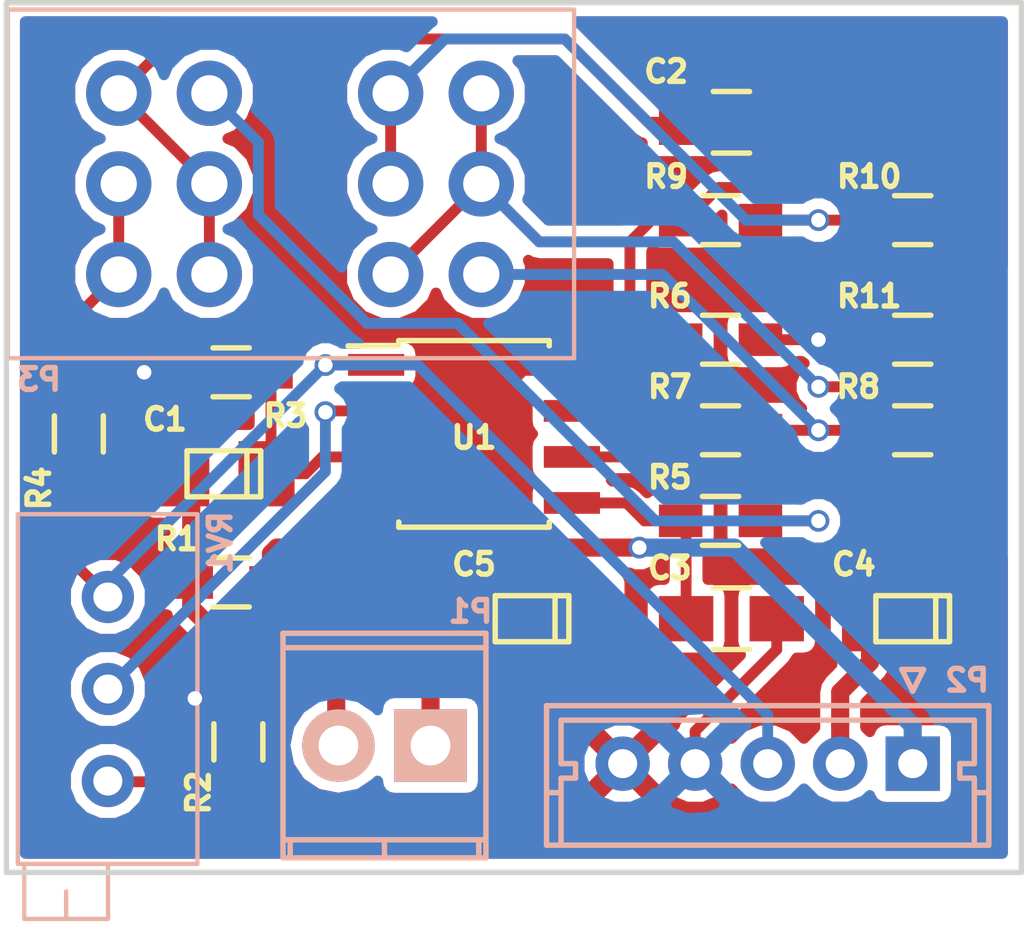
<source format=kicad_pcb>
(kicad_pcb (version 4) (host pcbnew 4.0.4-1.fc24-product)

  (general
    (links 44)
    (no_connects 0)
    (area 129.335 75.674999 159.075001 101.85588)
    (thickness 1.6)
    (drawings 8)
    (tracks 141)
    (zones 0)
    (modules 21)
    (nets 19)
  )

  (page A4)
  (layers
    (0 F.Cu signal)
    (31 B.Cu signal)
    (32 B.Adhes user)
    (33 F.Adhes user)
    (34 B.Paste user)
    (35 F.Paste user)
    (36 B.SilkS user)
    (37 F.SilkS user)
    (38 B.Mask user)
    (39 F.Mask user)
    (40 Dwgs.User user)
    (41 Cmts.User user)
    (42 Eco1.User user)
    (43 Eco2.User user)
    (44 Edge.Cuts user)
    (45 Margin user)
    (46 B.CrtYd user)
    (47 F.CrtYd user)
    (48 B.Fab user)
    (49 F.Fab user)
  )

  (setup
    (last_trace_width 0.3)
    (trace_clearance 0.3)
    (zone_clearance 0.3)
    (zone_45_only no)
    (trace_min 0.3)
    (segment_width 0.2)
    (edge_width 0.15)
    (via_size 0.6)
    (via_drill 0.4)
    (via_min_size 0.4)
    (via_min_drill 0.3)
    (uvia_size 0.3)
    (uvia_drill 0.1)
    (uvias_allowed no)
    (uvia_min_size 0.2)
    (uvia_min_drill 0.1)
    (pcb_text_width 0.3)
    (pcb_text_size 1.5 1.5)
    (mod_edge_width 0.15)
    (mod_text_size 0.6 0.6)
    (mod_text_width 0.15)
    (pad_size 1.524 1.524)
    (pad_drill 0.762)
    (pad_to_mask_clearance 0.2)
    (aux_axis_origin 0 0)
    (visible_elements FFFFFF7F)
    (pcbplotparams
      (layerselection 0x00030_80000001)
      (usegerberextensions false)
      (excludeedgelayer true)
      (linewidth 0.100000)
      (plotframeref false)
      (viasonmask false)
      (mode 1)
      (useauxorigin false)
      (hpglpennumber 1)
      (hpglpenspeed 20)
      (hpglpendiameter 15)
      (hpglpenoverlay 2)
      (psnegative false)
      (psa4output false)
      (plotreference true)
      (plotvalue true)
      (plotinvisibletext false)
      (padsonsilk false)
      (subtractmaskfromsilk false)
      (outputformat 1)
      (mirror false)
      (drillshape 1)
      (scaleselection 1)
      (outputdirectory ""))
  )

  (net 0 "")
  (net 1 "Net-(C1-Pad1)")
  (net 2 /IN)
  (net 3 /PF1_3)
  (net 4 /PG1_2)
  (net 5 "Net-(C3-Pad1)")
  (net 6 /Vref)
  (net 7 "Net-(C4-Pad1)")
  (net 8 /OUT)
  (net 9 Earth)
  (net 10 /BUF_O)
  (net 11 /V+)
  (net 12 /PF1_1)
  (net 13 /PF3_3)
  (net 14 /PG1_1)
  (net 15 "Net-(R2-Pad1)")
  (net 16 "Net-(R6-Pad2)")
  (net 17 "Net-(RV1-Pad2)")
  (net 18 /PG2_1)

  (net_class Default "This is the default net class."
    (clearance 0.3)
    (trace_width 0.3)
    (via_dia 0.6)
    (via_drill 0.4)
    (uvia_dia 0.3)
    (uvia_drill 0.1)
    (add_net /BUF_O)
    (add_net /IN)
    (add_net /OUT)
    (add_net /PF1_1)
    (add_net /PF1_3)
    (add_net /PF3_3)
    (add_net /PG1_1)
    (add_net /PG1_2)
    (add_net /PG2_1)
    (add_net /V+)
    (add_net /Vref)
    (add_net Earth)
    (add_net "Net-(C1-Pad1)")
    (add_net "Net-(C3-Pad1)")
    (add_net "Net-(C4-Pad1)")
    (add_net "Net-(R2-Pad1)")
    (add_net "Net-(R6-Pad2)")
    (add_net "Net-(RV1-Pad2)")
  )

  (module LIBS:Potentiometer_Alps_RK097_Quad_Vertical_Dual_Shaft (layer B.Cu) (tedit 5A5FCBB6) (tstamp 5A5FCB82)
    (at 134.1 83.5 180)
    (descr "Potentiometer, vertically mounted, Omeg PC16PU, Omeg PC16PU, Omeg PC16PU, Vishay/Spectrol 248GJ/249GJ Single, Vishay/Spectrol 248GJ/249GJ Single, Vishay/Spectrol 248GJ/249GJ Single, Vishay/Spectrol 248GH/249GH Single, Vishay/Spectrol 148/149 Single, Vishay/Spectrol 148/149 Single, Vishay/Spectrol 148/149 Single, Vishay/Spectrol 148A/149A Single with mounting plates, Vishay/Spectrol 148/149 Double, Vishay/Spectrol 148A/149A Double with mounting plates, Piher PC-16 Single, Piher PC-16 Single, Piher PC-16 Single, Piher PC-16SV Single, Piher PC-16 Double, Piher PC-16 Triple, Piher T16H Single, Piher T16L Single, Piher T16H Double, Alps RK163 Single, Alps RK163 Double, Alps RK097 Single, Alps RK097 Double, http://www.alps.com/prod/info/E/HTML/Potentiometer/RotaryPotentiometers/RK097/RK09712100AV.html")
    (tags "Potentiometer vertical  Omeg PC16PU  Omeg PC16PU  Omeg PC16PU  Vishay/Spectrol 248GJ/249GJ Single  Vishay/Spectrol 248GJ/249GJ Single  Vishay/Spectrol 248GJ/249GJ Single  Vishay/Spectrol 248GH/249GH Single  Vishay/Spectrol 148/149 Single  Vishay/Spectrol 148/149 Single  Vishay/Spectrol 148/149 Single  Vishay/Spectrol 148A/149A Single with mounting plates  Vishay/Spectrol 148/149 Double  Vishay/Spectrol 148A/149A Double with mounting plates  Piher PC-16 Single  Piher PC-16 Single  Piher PC-16 Single  Piher PC-16SV Single  Piher PC-16 Double  Piher PC-16 Triple  Piher T16H Single  Piher T16L Single  Piher T16H Double  Alps RK163 Single  Alps RK163 Double  Alps RK097 Single  Alps RK097 Double Dual Shaft")
    (path /5A5EA5D3)
    (fp_text reference P3 (at 2.2 -2.9 180) (layer B.SilkS)
      (effects (font (size 0.6 0.6) (thickness 0.15)) (justify mirror))
    )
    (fp_text value CONN_01X12 (at 0 -3.5 180) (layer B.Fab) hide
      (effects (font (size 0.6 0.6) (thickness 0.15)) (justify mirror))
    )
    (fp_line (start -12.5 7.25) (end -12.5 -2.25) (layer B.Fab) (width 0.1))
    (fp_line (start -12.5 -2.25) (end 3 -2.25) (layer B.Fab) (width 0.1))
    (fp_line (start 3 -2.25) (end 3 7.25) (layer B.Fab) (width 0.1))
    (fp_line (start 3 7.25) (end -12.5 7.25) (layer B.Fab) (width 0.1))
    (fp_line (start -12.56 7.31) (end 3.06 7.31) (layer B.SilkS) (width 0.12))
    (fp_line (start -12.56 -2.31) (end 3.06 -2.31) (layer B.SilkS) (width 0.12))
    (fp_line (start -12.56 7.31) (end -12.56 -2.31) (layer B.SilkS) (width 0.12))
    (fp_line (start 3.06 7.31) (end 3.06 -2.31) (layer B.SilkS) (width 0.12))
    (fp_line (start -12.9 7.5) (end -12.9 -2.5) (layer B.CrtYd) (width 0.05))
    (fp_line (start -12.9 -2.5) (end 3.25 -2.5) (layer B.CrtYd) (width 0.05))
    (fp_line (start 3.25 -2.5) (end 3.25 7.5) (layer B.CrtYd) (width 0.05))
    (fp_line (start 3.25 7.5) (end -12.9 7.5) (layer B.CrtYd) (width 0.05))
    (pad 12 thru_hole circle (at -10 5 180) (size 1.8 1.8) (drill 1) (layers *.Cu *.Mask)
      (net 14 /PG1_1))
    (pad 11 thru_hole circle (at -10 2.5 180) (size 1.8 1.8) (drill 1) (layers *.Cu *.Mask)
      (net 14 /PG1_1))
    (pad 10 thru_hole circle (at -10 0 180) (size 1.8 1.8) (drill 1) (layers *.Cu *.Mask)
      (net 18 /PG2_1))
    (pad 1 thru_hole circle (at 0 0 180) (size 1.8 1.8) (drill 1) (layers *.Cu *.Mask)
      (net 12 /PF1_1))
    (pad 2 thru_hole circle (at 0 2.5 180) (size 1.8 1.8) (drill 1) (layers *.Cu *.Mask)
      (net 12 /PF1_1))
    (pad 3 thru_hole circle (at 0 5 180) (size 1.8 1.8) (drill 1) (layers *.Cu *.Mask)
      (net 3 /PF1_3))
    (pad 4 thru_hole circle (at -2.5 0 180) (size 1.8 1.8) (drill 1) (layers *.Cu *.Mask)
      (net 3 /PF1_3))
    (pad 5 thru_hole circle (at -2.5 2.5 180) (size 1.8 1.8) (drill 1) (layers *.Cu *.Mask)
      (net 3 /PF1_3))
    (pad 6 thru_hole circle (at -2.5 5 180) (size 1.8 1.8) (drill 1) (layers *.Cu *.Mask)
      (net 13 /PF3_3))
    (pad 7 thru_hole circle (at -7.5 0 180) (size 1.8 1.8) (drill 1) (layers *.Cu *.Mask)
      (net 14 /PG1_1))
    (pad 8 thru_hole circle (at -7.5 2.5 180) (size 1.8 1.8) (drill 1) (layers *.Cu *.Mask)
      (net 4 /PG1_2))
    (pad 9 thru_hole circle (at -7.5 5 180) (size 1.8 1.8) (drill 1) (layers *.Cu *.Mask)
      (net 4 /PG1_2))
    (model Potentiometers.3dshapes/Potentiometer_Alps_RK097_Double_Vertical.wrl
      (at (xyz 0 0 0))
      (scale (xyz 0.393701 0.393701 0.393701))
      (rotate (xyz 0 0 0))
    )
  )

  (module Potentiometers:Potentiometer_Trimmer_Bourns_3296X (layer B.Cu) (tedit 5A5FCCCF) (tstamp 5A5FCFBC)
    (at 133.8 92.4 90)
    (descr "Spindle Trimmer Potentiometer, Bourns 3296X, https://www.bourns.com/pdfs/3296.pdf")
    (tags "Spindle Trimmer Potentiometer   Bourns 3296X")
    (path /5A5E8A0B)
    (fp_text reference RV1 (at 1.5 3.1 90) (layer B.SilkS)
      (effects (font (size 0.6 0.6) (thickness 0.15)) (justify mirror))
    )
    (fp_text value POT (at -3.3 -3.67 90) (layer B.Fab) hide
      (effects (font (size 0.6 0.6) (thickness 0.15)) (justify mirror))
    )
    (fp_line (start -7.305 2.41) (end -7.305 -2.42) (layer B.Fab) (width 0.1))
    (fp_line (start -7.305 -2.42) (end 2.225 -2.42) (layer B.Fab) (width 0.1))
    (fp_line (start 2.225 -2.42) (end 2.225 2.41) (layer B.Fab) (width 0.1))
    (fp_line (start 2.225 2.41) (end -7.305 2.41) (layer B.Fab) (width 0.1))
    (fp_line (start -8.825 -0.055) (end -8.825 -2.245) (layer B.Fab) (width 0.1))
    (fp_line (start -8.825 -2.245) (end -7.305 -2.245) (layer B.Fab) (width 0.1))
    (fp_line (start -7.305 -2.245) (end -7.305 -0.055) (layer B.Fab) (width 0.1))
    (fp_line (start -7.305 -0.055) (end -8.825 -0.055) (layer B.Fab) (width 0.1))
    (fp_line (start -8.825 -1.15) (end -8.065 -1.15) (layer B.Fab) (width 0.1))
    (fp_line (start -7.365 2.47) (end 2.285 2.47) (layer B.SilkS) (width 0.12))
    (fp_line (start -7.365 -2.481) (end 2.285 -2.481) (layer B.SilkS) (width 0.12))
    (fp_line (start -7.365 2.47) (end -7.365 -2.481) (layer B.SilkS) (width 0.12))
    (fp_line (start 2.285 2.47) (end 2.285 -2.481) (layer B.SilkS) (width 0.12))
    (fp_line (start -8.885 0.005) (end -7.366 0.005) (layer B.SilkS) (width 0.12))
    (fp_line (start -8.885 -2.305) (end -7.366 -2.305) (layer B.SilkS) (width 0.12))
    (fp_line (start -8.885 0.005) (end -8.885 -2.305) (layer B.SilkS) (width 0.12))
    (fp_line (start -7.366 0.005) (end -7.366 -2.305) (layer B.SilkS) (width 0.12))
    (fp_line (start -8.885 -1.15) (end -8.125 -1.15) (layer B.SilkS) (width 0.12))
    (fp_line (start -9.1 2.7) (end -9.1 -2.7) (layer B.CrtYd) (width 0.05))
    (fp_line (start -9.1 -2.7) (end 2.5 -2.7) (layer B.CrtYd) (width 0.05))
    (fp_line (start 2.5 -2.7) (end 2.5 2.7) (layer B.CrtYd) (width 0.05))
    (fp_line (start 2.5 2.7) (end -9.1 2.7) (layer B.CrtYd) (width 0.05))
    (pad 1 thru_hole circle (at 0 0 90) (size 1.44 1.44) (drill 0.8) (layers *.Cu *.Mask)
      (net 10 /BUF_O))
    (pad 2 thru_hole circle (at -2.54 0 90) (size 1.44 1.44) (drill 0.8) (layers *.Cu *.Mask)
      (net 17 "Net-(RV1-Pad2)"))
    (pad 3 thru_hole circle (at -5.08 0 90) (size 1.44 1.44) (drill 0.8) (layers *.Cu *.Mask)
      (net 15 "Net-(R2-Pad1)"))
    (model Potentiometers.3dshapes/Potentiometer_Trimmer_Bourns_3296X.wrl
      (at (xyz 0 0 0))
      (scale (xyz 1 1 1))
      (rotate (xyz 0 0 -90))
    )
  )

  (module Housings_SOIC:SOIC-8_3.9x4.9mm_Pitch1.27mm (layer F.Cu) (tedit 5A5FCD75) (tstamp 5A5FCFC8)
    (at 143.9 87.9)
    (descr "8-Lead Plastic Small Outline (SN) - Narrow, 3.90 mm Body [SOIC] (see Microchip Packaging Specification 00000049BS.pdf)")
    (tags "SOIC 1.27")
    (path /5A5E88B2)
    (attr smd)
    (fp_text reference U1 (at 0 0.1) (layer F.SilkS)
      (effects (font (size 0.6 0.6) (thickness 0.15)))
    )
    (fp_text value MC33178 (at 0 3.5) (layer F.Fab) hide
      (effects (font (size 0.6 0.6) (thickness 0.15)))
    )
    (fp_line (start -3.75 -2.75) (end -3.75 2.75) (layer F.CrtYd) (width 0.05))
    (fp_line (start 3.75 -2.75) (end 3.75 2.75) (layer F.CrtYd) (width 0.05))
    (fp_line (start -3.75 -2.75) (end 3.75 -2.75) (layer F.CrtYd) (width 0.05))
    (fp_line (start -3.75 2.75) (end 3.75 2.75) (layer F.CrtYd) (width 0.05))
    (fp_line (start -2.075 -2.575) (end -2.075 -2.43) (layer F.SilkS) (width 0.15))
    (fp_line (start 2.075 -2.575) (end 2.075 -2.43) (layer F.SilkS) (width 0.15))
    (fp_line (start 2.075 2.575) (end 2.075 2.43) (layer F.SilkS) (width 0.15))
    (fp_line (start -2.075 2.575) (end -2.075 2.43) (layer F.SilkS) (width 0.15))
    (fp_line (start -2.075 -2.575) (end 2.075 -2.575) (layer F.SilkS) (width 0.15))
    (fp_line (start -2.075 2.575) (end 2.075 2.575) (layer F.SilkS) (width 0.15))
    (fp_line (start -2.075 -2.43) (end -3.475 -2.43) (layer F.SilkS) (width 0.15))
    (pad 1 smd rect (at -2.7 -1.905) (size 1.55 0.6) (layers F.Cu F.Paste F.Mask)
      (net 10 /BUF_O))
    (pad 2 smd rect (at -2.7 -0.635) (size 1.55 0.6) (layers F.Cu F.Paste F.Mask)
      (net 17 "Net-(RV1-Pad2)"))
    (pad 3 smd rect (at -2.7 0.635) (size 1.55 0.6) (layers F.Cu F.Paste F.Mask)
      (net 1 "Net-(C1-Pad1)"))
    (pad 4 smd rect (at -2.7 1.905) (size 1.55 0.6) (layers F.Cu F.Paste F.Mask)
      (net 9 Earth))
    (pad 5 smd rect (at 2.7 1.905) (size 1.55 0.6) (layers F.Cu F.Paste F.Mask)
      (net 5 "Net-(C3-Pad1)"))
    (pad 6 smd rect (at 2.7 0.635) (size 1.55 0.6) (layers F.Cu F.Paste F.Mask)
      (net 16 "Net-(R6-Pad2)"))
    (pad 7 smd rect (at 2.7 -0.635) (size 1.55 0.6) (layers F.Cu F.Paste F.Mask)
      (net 14 /PG1_1))
    (pad 8 smd rect (at 2.7 -1.905) (size 1.55 0.6) (layers F.Cu F.Paste F.Mask)
      (net 11 /V+))
    (model Housings_SOIC.3dshapes/SOIC-8_3.9x4.9mm_Pitch1.27mm.wrl
      (at (xyz 0 0 0))
      (scale (xyz 1 1 1))
      (rotate (xyz 0 0 0))
    )
  )

  (module Capacitors_Tantalum_SMD:TantalC_SizeR_EIA-2012 (layer F.Cu) (tedit 5A5FCFF5) (tstamp 5A5FD2FD)
    (at 137 89)
    (descr "Tantal Cap. , Size C, EIA-2012")
    (path /5A5FD792)
    (fp_text reference C1 (at -1.62398 -1.5) (layer F.SilkS)
      (effects (font (size 0.6 0.6) (thickness 0.15)))
    )
    (fp_text value 0.01u (at 0 1.27) (layer F.Fab) hide
      (effects (font (size 0.6 0.6) (thickness 0.15)))
    )
    (fp_line (start 0.635 -0.635) (end 0.635 0.635) (layer F.SilkS) (width 0.15))
    (fp_line (start -1.016 -0.635) (end -1.016 0.635) (layer F.SilkS) (width 0.15))
    (fp_line (start -1.016 0.635) (end 1.016 0.635) (layer F.SilkS) (width 0.15))
    (fp_line (start 1.016 0.635) (end 1.016 -0.635) (layer F.SilkS) (width 0.15))
    (fp_line (start 1.016 -0.635) (end -1.016 -0.635) (layer F.SilkS) (width 0.15))
    (pad 1 smd rect (at 1.17602 0) (size 1.5494 1.80086) (layers F.Cu F.Paste F.Mask)
      (net 1 "Net-(C1-Pad1)"))
    (pad 2 smd rect (at -1.17602 0) (size 1.5494 1.80086) (layers F.Cu F.Paste F.Mask)
      (net 2 /IN))
    (model Capacitors_Tantalum_SMD.3dshapes/TantalC_SizeR_EIA-2012.wrl
      (at (xyz 0 0 0))
      (scale (xyz 1 1 1))
      (rotate (xyz 0 0 0))
    )
  )

  (module Capacitors_Tantalum_SMD:TantalC_SizeR_EIA-2012 (layer F.Cu) (tedit 5A5FCFF8) (tstamp 5A5FD303)
    (at 156 93)
    (descr "Tantal Cap. , Size C, EIA-2012")
    (path /5A5E9BA5)
    (fp_text reference C4 (at -1.62398 -1.5) (layer F.SilkS)
      (effects (font (size 0.6 0.6) (thickness 0.15)))
    )
    (fp_text value 10u (at 0 1.27) (layer F.Fab) hide
      (effects (font (size 0.6 0.6) (thickness 0.15)))
    )
    (fp_line (start 0.635 -0.635) (end 0.635 0.635) (layer F.SilkS) (width 0.15))
    (fp_line (start -1.016 -0.635) (end -1.016 0.635) (layer F.SilkS) (width 0.15))
    (fp_line (start -1.016 0.635) (end 1.016 0.635) (layer F.SilkS) (width 0.15))
    (fp_line (start 1.016 0.635) (end 1.016 -0.635) (layer F.SilkS) (width 0.15))
    (fp_line (start 1.016 -0.635) (end -1.016 -0.635) (layer F.SilkS) (width 0.15))
    (pad 1 smd rect (at 1.17602 0) (size 1.5494 1.80086) (layers F.Cu F.Paste F.Mask)
      (net 7 "Net-(C4-Pad1)"))
    (pad 2 smd rect (at -1.17602 0) (size 1.5494 1.80086) (layers F.Cu F.Paste F.Mask)
      (net 8 /OUT))
    (model Capacitors_Tantalum_SMD.3dshapes/TantalC_SizeR_EIA-2012.wrl
      (at (xyz 0 0 0))
      (scale (xyz 1 1 1))
      (rotate (xyz 0 0 0))
    )
  )

  (module Capacitors_Tantalum_SMD:TantalC_SizeR_EIA-2012 (layer F.Cu) (tedit 5A5FCFFA) (tstamp 5A5FD309)
    (at 145.5 93)
    (descr "Tantal Cap. , Size C, EIA-2012")
    (path /5A5FDAB4)
    (fp_text reference C5 (at -1.6 -1.5) (layer F.SilkS)
      (effects (font (size 0.6 0.6) (thickness 0.15)))
    )
    (fp_text value 10u (at 0 1.27) (layer F.Fab) hide
      (effects (font (size 0.6 0.6) (thickness 0.15)))
    )
    (fp_line (start 0.635 -0.635) (end 0.635 0.635) (layer F.SilkS) (width 0.15))
    (fp_line (start -1.016 -0.635) (end -1.016 0.635) (layer F.SilkS) (width 0.15))
    (fp_line (start -1.016 0.635) (end 1.016 0.635) (layer F.SilkS) (width 0.15))
    (fp_line (start 1.016 0.635) (end 1.016 -0.635) (layer F.SilkS) (width 0.15))
    (fp_line (start 1.016 -0.635) (end -1.016 -0.635) (layer F.SilkS) (width 0.15))
    (pad 1 smd rect (at 1.17602 0) (size 1.5494 1.80086) (layers F.Cu F.Paste F.Mask)
      (net 11 /V+))
    (pad 2 smd rect (at -1.17602 0) (size 1.5494 1.80086) (layers F.Cu F.Paste F.Mask)
      (net 9 Earth))
    (model Capacitors_Tantalum_SMD.3dshapes/TantalC_SizeR_EIA-2012.wrl
      (at (xyz 0 0 0))
      (scale (xyz 1 1 1))
      (rotate (xyz 0 0 0))
    )
  )

  (module Terminal_Blocks:TerminalBlock_Pheonix_MPT-2.54mm_2pol (layer B.Cu) (tedit 5A5FCBFB) (tstamp 5A5FCB69)
    (at 142.7 96.5 180)
    (descr "2-way 2.54mm pitch terminal block, Phoenix MPT series")
    (path /5A5EA041)
    (fp_text reference P1 (at -1.1 3.7 180) (layer B.SilkS)
      (effects (font (size 0.6 0.6) (thickness 0.15)) (justify mirror))
    )
    (fp_text value CONN_01X02 (at 1.27 -4.50088 180) (layer B.Fab) hide
      (effects (font (size 0.6 0.6) (thickness 0.15)) (justify mirror))
    )
    (fp_line (start -1.7 3.3) (end 4.3 3.3) (layer B.CrtYd) (width 0.05))
    (fp_line (start -1.7 -3.3) (end -1.7 3.3) (layer B.CrtYd) (width 0.05))
    (fp_line (start 4.3 -3.3) (end -1.7 -3.3) (layer B.CrtYd) (width 0.05))
    (fp_line (start 4.3 3.3) (end 4.3 -3.3) (layer B.CrtYd) (width 0.05))
    (fp_line (start 4.06908 -2.60096) (end -1.52908 -2.60096) (layer B.SilkS) (width 0.15))
    (fp_line (start -1.33096 -3.0988) (end -1.33096 -2.60096) (layer B.SilkS) (width 0.15))
    (fp_line (start 3.87096 -2.60096) (end 3.87096 -3.0988) (layer B.SilkS) (width 0.15))
    (fp_line (start 1.27 -3.0988) (end 1.27 -2.60096) (layer B.SilkS) (width 0.15))
    (fp_line (start -1.52908 2.70002) (end 4.06908 2.70002) (layer B.SilkS) (width 0.15))
    (fp_line (start -1.52908 -3.0988) (end 4.06908 -3.0988) (layer B.SilkS) (width 0.15))
    (fp_line (start 4.06908 -3.0988) (end 4.06908 3.0988) (layer B.SilkS) (width 0.15))
    (fp_line (start 4.06908 3.0988) (end -1.52908 3.0988) (layer B.SilkS) (width 0.15))
    (fp_line (start -1.52908 3.0988) (end -1.52908 -3.0988) (layer B.SilkS) (width 0.15))
    (pad 2 thru_hole oval (at 2.54 0 180) (size 1.99898 1.99898) (drill 1.09728) (layers *.Cu *.Mask B.SilkS)
      (net 2 /IN))
    (pad 1 thru_hole rect (at 0 0 180) (size 1.99898 1.99898) (drill 1.09728) (layers *.Cu *.Mask B.SilkS)
      (net 9 Earth))
    (model Terminal_Blocks.3dshapes/TerminalBlock_Pheonix_MPT-2.54mm_2pol.wrl
      (at (xyz 0.05 0 0))
      (scale (xyz 1 1 1))
      (rotate (xyz 0 0 0))
    )
  )

  (module Connectors_Molex:Molex_MicroLatch-53253-0570_05x2.00mm_Straight (layer B.Cu) (tedit 5A5FCBCF) (tstamp 5A5FCB72)
    (at 156 97 180)
    (descr "Molex Micro-Latch connector, PN:53253-0570, top entry type, through hole")
    (tags "conn molex micro latch")
    (path /5A5EA274)
    (fp_text reference P2 (at -1.5 2.3 180) (layer B.SilkS)
      (effects (font (size 0.6 0.6) (thickness 0.15)) (justify mirror))
    )
    (fp_text value CONN_01X05 (at 4 3.5 180) (layer B.Fab) hide
      (effects (font (size 0.6 0.6) (thickness 0.15)) (justify mirror))
    )
    (fp_line (start -2.6 2.1) (end -2.6 -2.75) (layer B.CrtYd) (width 0.05))
    (fp_line (start -2.6 -2.75) (end 10.55 -2.75) (layer B.CrtYd) (width 0.05))
    (fp_line (start 10.55 -2.75) (end 10.55 2.1) (layer B.CrtYd) (width 0.05))
    (fp_line (start 10.55 2.1) (end -2.6 2.1) (layer B.CrtYd) (width 0.05))
    (fp_line (start -2.1 1.6) (end -2.1 -2.25) (layer B.SilkS) (width 0.15))
    (fp_line (start -2.1 -2.25) (end 10.1 -2.25) (layer B.SilkS) (width 0.15))
    (fp_line (start 10.1 -2.25) (end 10.1 1.6) (layer B.SilkS) (width 0.15))
    (fp_line (start 10.1 1.6) (end -2.1 1.6) (layer B.SilkS) (width 0.15))
    (fp_line (start 0 2) (end -0.3 2.6) (layer B.SilkS) (width 0.15))
    (fp_line (start -0.3 2.6) (end 0.3 2.6) (layer B.SilkS) (width 0.15))
    (fp_line (start 0.3 2.6) (end 0 2) (layer B.SilkS) (width 0.15))
    (fp_line (start -2.1 -0.8) (end -1.7 -0.8) (layer B.SilkS) (width 0.15))
    (fp_line (start 10.1 -0.8) (end 9.7 -0.8) (layer B.SilkS) (width 0.15))
    (fp_line (start 4 1.2) (end -1.7 1.2) (layer B.SilkS) (width 0.15))
    (fp_line (start -1.7 1.2) (end -1.7 0) (layer B.SilkS) (width 0.15))
    (fp_line (start -1.7 0) (end -1.3 0) (layer B.SilkS) (width 0.15))
    (fp_line (start -1.3 0) (end -1.3 -0.4) (layer B.SilkS) (width 0.15))
    (fp_line (start -1.3 -0.4) (end -1.7 -0.4) (layer B.SilkS) (width 0.15))
    (fp_line (start -1.7 -0.4) (end -1.7 -2.25) (layer B.SilkS) (width 0.15))
    (fp_line (start 4 1.2) (end 9.7 1.2) (layer B.SilkS) (width 0.15))
    (fp_line (start 9.7 1.2) (end 9.7 0) (layer B.SilkS) (width 0.15))
    (fp_line (start 9.7 0) (end 9.3 0) (layer B.SilkS) (width 0.15))
    (fp_line (start 9.3 0) (end 9.3 -0.4) (layer B.SilkS) (width 0.15))
    (fp_line (start 9.3 -0.4) (end 9.7 -0.4) (layer B.SilkS) (width 0.15))
    (fp_line (start 9.7 -0.4) (end 9.7 -2.25) (layer B.SilkS) (width 0.15))
    (pad 1 thru_hole rect (at 0 0 180) (size 1.5 1.5) (drill 0.8) (layers *.Cu *.Mask)
      (net 9 Earth))
    (pad 2 thru_hole circle (at 2 0 180) (size 1.5 1.5) (drill 0.8) (layers *.Cu *.Mask)
      (net 8 /OUT))
    (pad 3 thru_hole circle (at 4 0 180) (size 1.5 1.5) (drill 0.8) (layers *.Cu *.Mask)
      (net 10 /BUF_O))
    (pad 4 thru_hole circle (at 6 0 180) (size 1.5 1.5) (drill 0.8) (layers *.Cu *.Mask)
      (net 6 /Vref))
    (pad 5 thru_hole circle (at 8 0 180) (size 1.5 1.5) (drill 0.8) (layers *.Cu *.Mask)
      (net 11 /V+))
    (model Connectors_Molex.3dshapes/Molex_MicroLatch-53253-0570_05x2.00mm_Straight.wrl
      (at (xyz 0 0 0))
      (scale (xyz 1 1 1))
      (rotate (xyz 0 0 0))
    )
  )

  (module Capacitors_SMD:C_0805_HandSoldering (layer F.Cu) (tedit 5A5FCD8C) (tstamp 5A5FCF67)
    (at 151 79.3)
    (descr "Capacitor SMD 0805, hand soldering")
    (tags "capacitor 0805")
    (path /5A5E906E)
    (attr smd)
    (fp_text reference C2 (at -1.8 -1.4) (layer F.SilkS)
      (effects (font (size 0.6 0.6) (thickness 0.15)))
    )
    (fp_text value 0.01u (at 0 2.1) (layer F.Fab) hide
      (effects (font (size 0.6 0.6) (thickness 0.15)))
    )
    (fp_line (start -2.3 -1) (end 2.3 -1) (layer F.CrtYd) (width 0.05))
    (fp_line (start -2.3 1) (end 2.3 1) (layer F.CrtYd) (width 0.05))
    (fp_line (start -2.3 -1) (end -2.3 1) (layer F.CrtYd) (width 0.05))
    (fp_line (start 2.3 -1) (end 2.3 1) (layer F.CrtYd) (width 0.05))
    (fp_line (start 0.5 -0.85) (end -0.5 -0.85) (layer F.SilkS) (width 0.15))
    (fp_line (start -0.5 0.85) (end 0.5 0.85) (layer F.SilkS) (width 0.15))
    (pad 1 smd rect (at -1.25 0) (size 1.5 1.25) (layers F.Cu F.Paste F.Mask)
      (net 3 /PF1_3))
    (pad 2 smd rect (at 1.25 0) (size 1.5 1.25) (layers F.Cu F.Paste F.Mask)
      (net 14 /PG1_1))
    (model Capacitors_SMD.3dshapes/C_0805_HandSoldering.wrl
      (at (xyz 0 0 0))
      (scale (xyz 1 1 1))
      (rotate (xyz 0 0 0))
    )
  )

  (module Capacitors_SMD:C_0805_HandSoldering (layer F.Cu) (tedit 5A5FCEC3) (tstamp 5A5FCF6D)
    (at 151 93)
    (descr "Capacitor SMD 0805, hand soldering")
    (tags "capacitor 0805")
    (path /5A5E917E)
    (attr smd)
    (fp_text reference C3 (at -1.7 -1.4) (layer F.SilkS)
      (effects (font (size 0.6 0.6) (thickness 0.15)))
    )
    (fp_text value 0.01u (at 0 2.1) (layer F.Fab) hide
      (effects (font (size 0.6 0.6) (thickness 0.15)))
    )
    (fp_line (start -2.3 -1) (end 2.3 -1) (layer F.CrtYd) (width 0.05))
    (fp_line (start -2.3 1) (end 2.3 1) (layer F.CrtYd) (width 0.05))
    (fp_line (start -2.3 -1) (end -2.3 1) (layer F.CrtYd) (width 0.05))
    (fp_line (start 2.3 -1) (end 2.3 1) (layer F.CrtYd) (width 0.05))
    (fp_line (start 0.5 -0.85) (end -0.5 -0.85) (layer F.SilkS) (width 0.15))
    (fp_line (start -0.5 0.85) (end 0.5 0.85) (layer F.SilkS) (width 0.15))
    (pad 1 smd rect (at -1.25 0) (size 1.5 1.25) (layers F.Cu F.Paste F.Mask)
      (net 5 "Net-(C3-Pad1)"))
    (pad 2 smd rect (at 1.25 0) (size 1.5 1.25) (layers F.Cu F.Paste F.Mask)
      (net 6 /Vref))
    (model Capacitors_SMD.3dshapes/C_0805_HandSoldering.wrl
      (at (xyz 0 0 0))
      (scale (xyz 1 1 1))
      (rotate (xyz 0 0 0))
    )
  )

  (module Resistors_SMD:R_0603_HandSoldering (layer F.Cu) (tedit 5A5FCD92) (tstamp 5A5FCF79)
    (at 137.2 92)
    (descr "Resistor SMD 0603, hand soldering")
    (tags "resistor 0603")
    (path /5A5E89AB)
    (attr smd)
    (fp_text reference R1 (at -1.5 -1.2) (layer F.SilkS)
      (effects (font (size 0.6 0.6) (thickness 0.15)))
    )
    (fp_text value 499k (at 0 1.9) (layer F.Fab) hide
      (effects (font (size 0.6 0.6) (thickness 0.15)))
    )
    (fp_line (start -2 -0.8) (end 2 -0.8) (layer F.CrtYd) (width 0.05))
    (fp_line (start -2 0.8) (end 2 0.8) (layer F.CrtYd) (width 0.05))
    (fp_line (start -2 -0.8) (end -2 0.8) (layer F.CrtYd) (width 0.05))
    (fp_line (start 2 -0.8) (end 2 0.8) (layer F.CrtYd) (width 0.05))
    (fp_line (start 0.5 0.675) (end -0.5 0.675) (layer F.SilkS) (width 0.15))
    (fp_line (start -0.5 -0.675) (end 0.5 -0.675) (layer F.SilkS) (width 0.15))
    (pad 1 smd rect (at -1.1 0) (size 1.2 0.9) (layers F.Cu F.Paste F.Mask)
      (net 2 /IN))
    (pad 2 smd rect (at 1.1 0) (size 1.2 0.9) (layers F.Cu F.Paste F.Mask)
      (net 9 Earth))
    (model Resistors_SMD.3dshapes/R_0603_HandSoldering.wrl
      (at (xyz 0 0 0))
      (scale (xyz 1 1 1))
      (rotate (xyz 0 0 0))
    )
  )

  (module Resistors_SMD:R_0603_HandSoldering (layer F.Cu) (tedit 5A5FCD4C) (tstamp 5A5FCF7F)
    (at 137.4 96.4 90)
    (descr "Resistor SMD 0603, hand soldering")
    (tags "resistor 0603")
    (path /5A5E8A7C)
    (attr smd)
    (fp_text reference R2 (at -1.4 -1.1 90) (layer F.SilkS)
      (effects (font (size 0.6 0.6) (thickness 0.15)))
    )
    (fp_text value 2.49k (at 0 1.9 90) (layer F.Fab) hide
      (effects (font (size 0.6 0.6) (thickness 0.15)))
    )
    (fp_line (start -2 -0.8) (end 2 -0.8) (layer F.CrtYd) (width 0.05))
    (fp_line (start -2 0.8) (end 2 0.8) (layer F.CrtYd) (width 0.05))
    (fp_line (start -2 -0.8) (end -2 0.8) (layer F.CrtYd) (width 0.05))
    (fp_line (start 2 -0.8) (end 2 0.8) (layer F.CrtYd) (width 0.05))
    (fp_line (start 0.5 0.675) (end -0.5 0.675) (layer F.SilkS) (width 0.15))
    (fp_line (start -0.5 -0.675) (end 0.5 -0.675) (layer F.SilkS) (width 0.15))
    (pad 1 smd rect (at -1.1 0 90) (size 1.2 0.9) (layers F.Cu F.Paste F.Mask)
      (net 15 "Net-(R2-Pad1)"))
    (pad 2 smd rect (at 1.1 0 90) (size 1.2 0.9) (layers F.Cu F.Paste F.Mask)
      (net 6 /Vref))
    (model Resistors_SMD.3dshapes/R_0603_HandSoldering.wrl
      (at (xyz 0 0 0))
      (scale (xyz 1 1 1))
      (rotate (xyz 0 0 0))
    )
  )

  (module Resistors_SMD:R_0603_HandSoldering (layer F.Cu) (tedit 5A5FCD8F) (tstamp 5A5FCF85)
    (at 137.2 86.2 180)
    (descr "Resistor SMD 0603, hand soldering")
    (tags "resistor 0603")
    (path /5A5E8981)
    (attr smd)
    (fp_text reference R3 (at -1.5 -1.2 180) (layer F.SilkS)
      (effects (font (size 0.6 0.6) (thickness 0.15)))
    )
    (fp_text value 499k (at 0 1.9 180) (layer F.Fab) hide
      (effects (font (size 0.6 0.6) (thickness 0.15)))
    )
    (fp_line (start -2 -0.8) (end 2 -0.8) (layer F.CrtYd) (width 0.05))
    (fp_line (start -2 0.8) (end 2 0.8) (layer F.CrtYd) (width 0.05))
    (fp_line (start -2 -0.8) (end -2 0.8) (layer F.CrtYd) (width 0.05))
    (fp_line (start 2 -0.8) (end 2 0.8) (layer F.CrtYd) (width 0.05))
    (fp_line (start 0.5 0.675) (end -0.5 0.675) (layer F.SilkS) (width 0.15))
    (fp_line (start -0.5 -0.675) (end 0.5 -0.675) (layer F.SilkS) (width 0.15))
    (pad 1 smd rect (at -1.1 0 180) (size 1.2 0.9) (layers F.Cu F.Paste F.Mask)
      (net 1 "Net-(C1-Pad1)"))
    (pad 2 smd rect (at 1.1 0 180) (size 1.2 0.9) (layers F.Cu F.Paste F.Mask)
      (net 6 /Vref))
    (model Resistors_SMD.3dshapes/R_0603_HandSoldering.wrl
      (at (xyz 0 0 0))
      (scale (xyz 1 1 1))
      (rotate (xyz 0 0 0))
    )
  )

  (module Resistors_SMD:R_0603_HandSoldering (layer F.Cu) (tedit 5A5FCE32) (tstamp 5A5FCF8B)
    (at 133 87.9 270)
    (descr "Resistor SMD 0603, hand soldering")
    (tags "resistor 0603")
    (path /5A5E8BB7)
    (attr smd)
    (fp_text reference R4 (at 1.5 1.1 270) (layer F.SilkS)
      (effects (font (size 0.6 0.6) (thickness 0.15)))
    )
    (fp_text value 4.99k (at 0 1.9 270) (layer F.Fab) hide
      (effects (font (size 0.6 0.6) (thickness 0.15)))
    )
    (fp_line (start -2 -0.8) (end 2 -0.8) (layer F.CrtYd) (width 0.05))
    (fp_line (start -2 0.8) (end 2 0.8) (layer F.CrtYd) (width 0.05))
    (fp_line (start -2 -0.8) (end -2 0.8) (layer F.CrtYd) (width 0.05))
    (fp_line (start 2 -0.8) (end 2 0.8) (layer F.CrtYd) (width 0.05))
    (fp_line (start 0.5 0.675) (end -0.5 0.675) (layer F.SilkS) (width 0.15))
    (fp_line (start -0.5 -0.675) (end 0.5 -0.675) (layer F.SilkS) (width 0.15))
    (pad 1 smd rect (at -1.1 0 270) (size 1.2 0.9) (layers F.Cu F.Paste F.Mask)
      (net 12 /PF1_1))
    (pad 2 smd rect (at 1.1 0 270) (size 1.2 0.9) (layers F.Cu F.Paste F.Mask)
      (net 10 /BUF_O))
    (model Resistors_SMD.3dshapes/R_0603_HandSoldering.wrl
      (at (xyz 0 0 0))
      (scale (xyz 1 1 1))
      (rotate (xyz 0 0 0))
    )
  )

  (module Resistors_SMD:R_0603_HandSoldering (layer F.Cu) (tedit 5A5FCEC0) (tstamp 5A5FCF91)
    (at 150.7 90.3)
    (descr "Resistor SMD 0603, hand soldering")
    (tags "resistor 0603")
    (path /5A5E8E72)
    (attr smd)
    (fp_text reference R5 (at -1.4 -1.2) (layer F.SilkS)
      (effects (font (size 0.6 0.6) (thickness 0.15)))
    )
    (fp_text value 4.99k (at 0 1.9) (layer F.Fab) hide
      (effects (font (size 0.6 0.6) (thickness 0.15)))
    )
    (fp_line (start -2 -0.8) (end 2 -0.8) (layer F.CrtYd) (width 0.05))
    (fp_line (start -2 0.8) (end 2 0.8) (layer F.CrtYd) (width 0.05))
    (fp_line (start -2 -0.8) (end -2 0.8) (layer F.CrtYd) (width 0.05))
    (fp_line (start 2 -0.8) (end 2 0.8) (layer F.CrtYd) (width 0.05))
    (fp_line (start 0.5 0.675) (end -0.5 0.675) (layer F.SilkS) (width 0.15))
    (fp_line (start -0.5 -0.675) (end 0.5 -0.675) (layer F.SilkS) (width 0.15))
    (pad 1 smd rect (at -1.1 0) (size 1.2 0.9) (layers F.Cu F.Paste F.Mask)
      (net 5 "Net-(C3-Pad1)"))
    (pad 2 smd rect (at 1.1 0) (size 1.2 0.9) (layers F.Cu F.Paste F.Mask)
      (net 13 /PF3_3))
    (model Resistors_SMD.3dshapes/R_0603_HandSoldering.wrl
      (at (xyz 0 0 0))
      (scale (xyz 1 1 1))
      (rotate (xyz 0 0 0))
    )
  )

  (module Resistors_SMD:R_0603_HandSoldering (layer F.Cu) (tedit 5A5FD053) (tstamp 5A5FCF97)
    (at 150.7 85.3 180)
    (descr "Resistor SMD 0603, hand soldering")
    (tags "resistor 0603")
    (path /5A5E92ED)
    (attr smd)
    (fp_text reference R6 (at 1.4 1.2 180) (layer F.SilkS)
      (effects (font (size 0.6 0.6) (thickness 0.15)))
    )
    (fp_text value 15k (at 0 1.9 180) (layer F.Fab) hide
      (effects (font (size 0.6 0.6) (thickness 0.15)))
    )
    (fp_line (start -2 -0.8) (end 2 -0.8) (layer F.CrtYd) (width 0.05))
    (fp_line (start -2 0.8) (end 2 0.8) (layer F.CrtYd) (width 0.05))
    (fp_line (start -2 -0.8) (end -2 0.8) (layer F.CrtYd) (width 0.05))
    (fp_line (start 2 -0.8) (end 2 0.8) (layer F.CrtYd) (width 0.05))
    (fp_line (start 0.5 0.675) (end -0.5 0.675) (layer F.SilkS) (width 0.15))
    (fp_line (start -0.5 -0.675) (end 0.5 -0.675) (layer F.SilkS) (width 0.15))
    (pad 1 smd rect (at -1.1 0 180) (size 1.2 0.9) (layers F.Cu F.Paste F.Mask)
      (net 6 /Vref))
    (pad 2 smd rect (at 1.1 0 180) (size 1.2 0.9) (layers F.Cu F.Paste F.Mask)
      (net 16 "Net-(R6-Pad2)"))
    (model Resistors_SMD.3dshapes/R_0603_HandSoldering.wrl
      (at (xyz 0 0 0))
      (scale (xyz 1 1 1))
      (rotate (xyz 0 0 0))
    )
  )

  (module Resistors_SMD:R_0603_HandSoldering (layer F.Cu) (tedit 5A5FD055) (tstamp 5A5FCF9D)
    (at 150.7 87.8 180)
    (descr "Resistor SMD 0603, hand soldering")
    (tags "resistor 0603")
    (path /5A5E925F)
    (attr smd)
    (fp_text reference R7 (at 1.4 1.2 180) (layer F.SilkS)
      (effects (font (size 0.6 0.6) (thickness 0.15)))
    )
    (fp_text value 15k (at 0 1.9 180) (layer F.Fab) hide
      (effects (font (size 0.6 0.6) (thickness 0.15)))
    )
    (fp_line (start -2 -0.8) (end 2 -0.8) (layer F.CrtYd) (width 0.05))
    (fp_line (start -2 0.8) (end 2 0.8) (layer F.CrtYd) (width 0.05))
    (fp_line (start -2 -0.8) (end -2 0.8) (layer F.CrtYd) (width 0.05))
    (fp_line (start 2 -0.8) (end 2 0.8) (layer F.CrtYd) (width 0.05))
    (fp_line (start 0.5 0.675) (end -0.5 0.675) (layer F.SilkS) (width 0.15))
    (fp_line (start -0.5 -0.675) (end 0.5 -0.675) (layer F.SilkS) (width 0.15))
    (pad 1 smd rect (at -1.1 0 180) (size 1.2 0.9) (layers F.Cu F.Paste F.Mask)
      (net 18 /PG2_1))
    (pad 2 smd rect (at 1.1 0 180) (size 1.2 0.9) (layers F.Cu F.Paste F.Mask)
      (net 16 "Net-(R6-Pad2)"))
    (model Resistors_SMD.3dshapes/R_0603_HandSoldering.wrl
      (at (xyz 0 0 0))
      (scale (xyz 1 1 1))
      (rotate (xyz 0 0 0))
    )
  )

  (module Resistors_SMD:R_0603_HandSoldering (layer F.Cu) (tedit 5A5FD2FA) (tstamp 5A5FCFA3)
    (at 156 87.8 180)
    (descr "Resistor SMD 0603, hand soldering")
    (tags "resistor 0603")
    (path /5A5E9684)
    (attr smd)
    (fp_text reference R8 (at 1.5 1.2 180) (layer F.SilkS)
      (effects (font (size 0.6 0.6) (thickness 0.15)))
    )
    (fp_text value 20k (at 0 1.9 180) (layer F.Fab) hide
      (effects (font (size 0.6 0.6) (thickness 0.15)))
    )
    (fp_line (start -2 -0.8) (end 2 -0.8) (layer F.CrtYd) (width 0.05))
    (fp_line (start -2 0.8) (end 2 0.8) (layer F.CrtYd) (width 0.05))
    (fp_line (start -2 -0.8) (end -2 0.8) (layer F.CrtYd) (width 0.05))
    (fp_line (start 2 -0.8) (end 2 0.8) (layer F.CrtYd) (width 0.05))
    (fp_line (start 0.5 0.675) (end -0.5 0.675) (layer F.SilkS) (width 0.15))
    (fp_line (start -0.5 -0.675) (end 0.5 -0.675) (layer F.SilkS) (width 0.15))
    (pad 1 smd rect (at -1.1 0 180) (size 1.2 0.9) (layers F.Cu F.Paste F.Mask)
      (net 14 /PG1_1))
    (pad 2 smd rect (at 1.1 0 180) (size 1.2 0.9) (layers F.Cu F.Paste F.Mask)
      (net 18 /PG2_1))
    (model Resistors_SMD.3dshapes/R_0603_HandSoldering.wrl
      (at (xyz 0 0 0))
      (scale (xyz 1 1 1))
      (rotate (xyz 0 0 0))
    )
  )

  (module Resistors_SMD:R_0603_HandSoldering (layer F.Cu) (tedit 5A5FD0D1) (tstamp 5A5FCFA9)
    (at 150.7 82 180)
    (descr "Resistor SMD 0603, hand soldering")
    (tags "resistor 0603")
    (path /5A5E9759)
    (attr smd)
    (fp_text reference R9 (at 1.5 1.2 180) (layer F.SilkS)
      (effects (font (size 0.6 0.6) (thickness 0.15)))
    )
    (fp_text value 20k (at 0 1.9 180) (layer F.Fab) hide
      (effects (font (size 0.6 0.6) (thickness 0.15)))
    )
    (fp_line (start -2 -0.8) (end 2 -0.8) (layer F.CrtYd) (width 0.05))
    (fp_line (start -2 0.8) (end 2 0.8) (layer F.CrtYd) (width 0.05))
    (fp_line (start -2 -0.8) (end -2 0.8) (layer F.CrtYd) (width 0.05))
    (fp_line (start 2 -0.8) (end 2 0.8) (layer F.CrtYd) (width 0.05))
    (fp_line (start 0.5 0.675) (end -0.5 0.675) (layer F.SilkS) (width 0.15))
    (fp_line (start -0.5 -0.675) (end 0.5 -0.675) (layer F.SilkS) (width 0.15))
    (pad 1 smd rect (at -1.1 0 180) (size 1.2 0.9) (layers F.Cu F.Paste F.Mask)
      (net 4 /PG1_2))
    (pad 2 smd rect (at 1.1 0 180) (size 1.2 0.9) (layers F.Cu F.Paste F.Mask)
      (net 14 /PG1_1))
    (model Resistors_SMD.3dshapes/R_0603_HandSoldering.wrl
      (at (xyz 0 0 0))
      (scale (xyz 1 1 1))
      (rotate (xyz 0 0 0))
    )
  )

  (module Resistors_SMD:R_0603_HandSoldering (layer F.Cu) (tedit 5A5FD150) (tstamp 5A5FCFAF)
    (at 156 82 180)
    (descr "Resistor SMD 0603, hand soldering")
    (tags "resistor 0603")
    (path /5A5E9826)
    (attr smd)
    (fp_text reference R10 (at 1.2 1.2 180) (layer F.SilkS)
      (effects (font (size 0.6 0.6) (thickness 0.15)))
    )
    (fp_text value 15k (at 0 1.9 180) (layer F.Fab) hide
      (effects (font (size 0.6 0.6) (thickness 0.15)))
    )
    (fp_line (start -2 -0.8) (end 2 -0.8) (layer F.CrtYd) (width 0.05))
    (fp_line (start -2 0.8) (end 2 0.8) (layer F.CrtYd) (width 0.05))
    (fp_line (start -2 -0.8) (end -2 0.8) (layer F.CrtYd) (width 0.05))
    (fp_line (start 2 -0.8) (end 2 0.8) (layer F.CrtYd) (width 0.05))
    (fp_line (start 0.5 0.675) (end -0.5 0.675) (layer F.SilkS) (width 0.15))
    (fp_line (start -0.5 -0.675) (end 0.5 -0.675) (layer F.SilkS) (width 0.15))
    (pad 1 smd rect (at -1.1 0 180) (size 1.2 0.9) (layers F.Cu F.Paste F.Mask)
      (net 7 "Net-(C4-Pad1)"))
    (pad 2 smd rect (at 1.1 0 180) (size 1.2 0.9) (layers F.Cu F.Paste F.Mask)
      (net 4 /PG1_2))
    (model Resistors_SMD.3dshapes/R_0603_HandSoldering.wrl
      (at (xyz 0 0 0))
      (scale (xyz 1 1 1))
      (rotate (xyz 0 0 0))
    )
  )

  (module Resistors_SMD:R_0603_HandSoldering (layer F.Cu) (tedit 5A5FD152) (tstamp 5A5FCFB5)
    (at 156 85.3 180)
    (descr "Resistor SMD 0603, hand soldering")
    (tags "resistor 0603")
    (path /5A5E989C)
    (attr smd)
    (fp_text reference R11 (at 1.2 1.2 180) (layer F.SilkS)
      (effects (font (size 0.6 0.6) (thickness 0.15)))
    )
    (fp_text value 15k (at 0 1.9 180) (layer F.Fab) hide
      (effects (font (size 0.6 0.6) (thickness 0.15)))
    )
    (fp_line (start -2 -0.8) (end 2 -0.8) (layer F.CrtYd) (width 0.05))
    (fp_line (start -2 0.8) (end 2 0.8) (layer F.CrtYd) (width 0.05))
    (fp_line (start -2 -0.8) (end -2 0.8) (layer F.CrtYd) (width 0.05))
    (fp_line (start 2 -0.8) (end 2 0.8) (layer F.CrtYd) (width 0.05))
    (fp_line (start 0.5 0.675) (end -0.5 0.675) (layer F.SilkS) (width 0.15))
    (fp_line (start -0.5 -0.675) (end 0.5 -0.675) (layer F.SilkS) (width 0.15))
    (pad 1 smd rect (at -1.1 0 180) (size 1.2 0.9) (layers F.Cu F.Paste F.Mask)
      (net 7 "Net-(C4-Pad1)"))
    (pad 2 smd rect (at 1.1 0 180) (size 1.2 0.9) (layers F.Cu F.Paste F.Mask)
      (net 6 /Vref))
    (model Resistors_SMD.3dshapes/R_0603_HandSoldering.wrl
      (at (xyz 0 0 0))
      (scale (xyz 1 1 1))
      (rotate (xyz 0 0 0))
    )
  )

  (gr_line (start 158.7 99.7) (end 158.7 76.3) (layer Margin) (width 0.2))
  (gr_line (start 131.3 99.7) (end 158.7 99.7) (layer Margin) (width 0.2))
  (gr_line (start 131.3 76.3) (end 131.3 99.7) (layer Margin) (width 0.2))
  (gr_line (start 158.7 76.3) (end 131.3 76.3) (layer Margin) (width 0.2))
  (gr_line (start 159 100) (end 159 76) (layer Edge.Cuts) (width 0.15))
  (gr_line (start 131 100) (end 159 100) (layer Edge.Cuts) (width 0.15))
  (gr_line (start 131 76) (end 131 100) (layer Edge.Cuts) (width 0.15))
  (gr_line (start 159 76) (end 131 76) (layer Edge.Cuts) (width 0.15))

  (segment (start 138.3 86.2) (end 138.3 88.87602) (width 0.3) (layer F.Cu) (net 1))
  (segment (start 138.3 88.87602) (end 138.17602 89) (width 0.3) (layer F.Cu) (net 1))
  (segment (start 138.17602 89) (end 139.25072 89) (width 0.3) (layer F.Cu) (net 1))
  (segment (start 139.25072 89) (end 139.71572 88.535) (width 0.3) (layer F.Cu) (net 1))
  (segment (start 139.71572 88.535) (end 141.2 88.535) (width 0.3) (layer F.Cu) (net 1))
  (segment (start 140.1 96.44) (end 140.1 95.1) (width 0.5) (layer F.Cu) (net 2))
  (segment (start 136.1 92.7) (end 136.1 92) (width 0.5) (layer F.Cu) (net 2))
  (segment (start 136.6 93.2) (end 136.1 92.7) (width 0.5) (layer F.Cu) (net 2))
  (segment (start 138.2 93.2) (end 136.6 93.2) (width 0.5) (layer F.Cu) (net 2))
  (segment (start 140.1 95.1) (end 138.2 93.2) (width 0.5) (layer F.Cu) (net 2))
  (segment (start 140.16 96.5) (end 140.1 96.44) (width 0.5) (layer F.Cu) (net 2))
  (segment (start 136.1 92) (end 136.1 89.27602) (width 0.5) (layer F.Cu) (net 2))
  (segment (start 136.1 89.27602) (end 135.82398 89) (width 0.5) (layer F.Cu) (net 2))
  (segment (start 146.4 77) (end 135.6 77) (width 0.3) (layer F.Cu) (net 3))
  (segment (start 135.6 77) (end 134.1 78.5) (width 0.3) (layer F.Cu) (net 3))
  (segment (start 149.75 79.3) (end 148.7 79.3) (width 0.3) (layer F.Cu) (net 3))
  (segment (start 148.7 79.3) (end 146.4 77) (width 0.3) (layer F.Cu) (net 3))
  (segment (start 136.6 81) (end 136.6 83.5) (width 0.3) (layer F.Cu) (net 3))
  (segment (start 134.1 78.5) (end 134.999999 79.399999) (width 0.3) (layer F.Cu) (net 3))
  (segment (start 134.999999 79.399999) (end 136.6 81) (width 0.3) (layer F.Cu) (net 3))
  (segment (start 146.4 77) (end 143.1 77) (width 0.3) (layer B.Cu) (net 4))
  (segment (start 143.1 77) (end 141.6 78.5) (width 0.3) (layer B.Cu) (net 4))
  (segment (start 151.4 82) (end 146.4 77) (width 0.3) (layer B.Cu) (net 4))
  (segment (start 153.4 82) (end 151.4 82) (width 0.3) (layer B.Cu) (net 4))
  (segment (start 153.3 82) (end 151.8 82) (width 0.3) (layer F.Cu) (net 4))
  (segment (start 153.3 82) (end 153.4 82) (width 0.3) (layer F.Cu) (net 4))
  (segment (start 154.9 82) (end 153.3 82) (width 0.3) (layer F.Cu) (net 4))
  (via (at 153.4 82) (size 0.6) (drill 0.4) (layers F.Cu B.Cu) (net 4))
  (segment (start 141.6 78.5) (end 141.6 81) (width 0.3) (layer F.Cu) (net 4))
  (segment (start 148.6 90.3) (end 148.105 89.805) (width 0.3) (layer F.Cu) (net 5))
  (segment (start 148.105 89.805) (end 146.6 89.805) (width 0.3) (layer F.Cu) (net 5))
  (segment (start 149.6 90.3) (end 148.6 90.3) (width 0.3) (layer F.Cu) (net 5))
  (segment (start 149.75 93) (end 149.75 90.45) (width 0.3) (layer F.Cu) (net 5))
  (segment (start 149.75 90.45) (end 149.6 90.3) (width 0.3) (layer F.Cu) (net 5))
  (segment (start 150 97) (end 150 96.1) (width 0.3) (layer F.Cu) (net 6))
  (segment (start 150 96.1) (end 152.25 93.85) (width 0.3) (layer F.Cu) (net 6))
  (segment (start 152.25 93.85) (end 152.25 93) (width 0.3) (layer F.Cu) (net 6))
  (segment (start 137.4 95.3) (end 137.3 95.3) (width 0.3) (layer F.Cu) (net 6))
  (segment (start 137.3 95.3) (end 137.2 95.2) (width 0.3) (layer F.Cu) (net 6))
  (segment (start 137.2 95.2) (end 136.199996 95.2) (width 0.3) (layer F.Cu) (net 6))
  (via (at 136.199996 95.2) (size 0.6) (drill 0.4) (layers F.Cu B.Cu) (net 6))
  (segment (start 136.1 86.2) (end 134.8 86.2) (width 0.3) (layer F.Cu) (net 6))
  (via (at 134.8 86.2) (size 0.6) (drill 0.4) (layers F.Cu B.Cu) (net 6))
  (segment (start 153.4 85.3) (end 153.400002 85.3) (width 0.3) (layer F.Cu) (net 6))
  (via (at 153.400002 85.3) (size 0.6) (drill 0.4) (layers F.Cu B.Cu) (net 6))
  (segment (start 153.4 85.3) (end 151.8 85.3) (width 0.3) (layer F.Cu) (net 6))
  (segment (start 154 85.3) (end 153.4 85.3) (width 0.3) (layer F.Cu) (net 6))
  (segment (start 154.9 85.3) (end 154 85.3) (width 0.3) (layer F.Cu) (net 6))
  (segment (start 158.150001 83.800001) (end 158.150001 85.4) (width 0.3) (layer F.Cu) (net 7))
  (segment (start 158.150001 85.4) (end 158.150001 90.825589) (width 0.3) (layer F.Cu) (net 7))
  (segment (start 157.1 85.3) (end 158.050001 85.3) (width 0.3) (layer F.Cu) (net 7))
  (segment (start 158.050001 85.3) (end 158.150001 85.4) (width 0.3) (layer F.Cu) (net 7))
  (segment (start 157.1 82) (end 157.1 82.75) (width 0.3) (layer F.Cu) (net 7))
  (segment (start 157.1 82.75) (end 158.150001 83.800001) (width 0.3) (layer F.Cu) (net 7))
  (segment (start 158.150001 90.825589) (end 157.17602 91.79957) (width 0.3) (layer F.Cu) (net 7))
  (segment (start 157.17602 91.79957) (end 157.17602 93) (width 0.3) (layer F.Cu) (net 7))
  (segment (start 154.82398 93) (end 154.82398 94.20043) (width 0.5) (layer F.Cu) (net 8))
  (segment (start 154 95.93934) (end 154 97) (width 0.5) (layer F.Cu) (net 8))
  (segment (start 154 95.02441) (end 154 95.93934) (width 0.5) (layer F.Cu) (net 8))
  (segment (start 154.82398 94.20043) (end 154 95.02441) (width 0.5) (layer F.Cu) (net 8))
  (segment (start 142.7 96.5) (end 142.7 93.54928) (width 0.5) (layer F.Cu) (net 9))
  (segment (start 143.24928 93) (end 144.32398 93) (width 0.5) (layer F.Cu) (net 9))
  (segment (start 142.7 93.54928) (end 143.24928 93) (width 0.5) (layer F.Cu) (net 9))
  (segment (start 143.536786 91.036786) (end 141.2 91.036786) (width 0.5) (layer F.Cu) (net 9))
  (segment (start 141.2 91.036786) (end 140.7 91.036786) (width 0.5) (layer F.Cu) (net 9))
  (segment (start 141.2 89.805) (end 141.2 91.036786) (width 0.5) (layer F.Cu) (net 9))
  (segment (start 140.7 91.036786) (end 138.463214 91.036786) (width 0.5) (layer F.Cu) (net 9))
  (segment (start 138.463214 91.036786) (end 138.3 91.2) (width 0.5) (layer F.Cu) (net 9))
  (segment (start 138.3 91.2) (end 138.3 92) (width 0.5) (layer F.Cu) (net 9))
  (segment (start 145.086764 91.036786) (end 144.32398 91.036786) (width 0.5) (layer F.Cu) (net 9))
  (segment (start 144.32398 91.036786) (end 144.32398 93) (width 0.5) (layer F.Cu) (net 9))
  (segment (start 145.086764 91.036786) (end 143.536786 91.036786) (width 0.5) (layer F.Cu) (net 9))
  (segment (start 148.459831 91.036786) (end 145.086764 91.036786) (width 0.5) (layer F.Cu) (net 9))
  (segment (start 156 97) (end 156 95.95) (width 0.5) (layer B.Cu) (net 9))
  (segment (start 151.086786 91.036786) (end 148.459831 91.036786) (width 0.5) (layer B.Cu) (net 9))
  (segment (start 156 95.95) (end 151.086786 91.036786) (width 0.5) (layer B.Cu) (net 9))
  (via (at 148.459831 91.036786) (size 0.6) (drill 0.4) (layers F.Cu B.Cu) (net 9))
  (segment (start 138.45 92) (end 138.3 92) (width 0.5) (layer F.Cu) (net 9))
  (segment (start 139.8 86) (end 133.8 92) (width 0.3) (layer B.Cu) (net 10))
  (segment (start 133.8 92.4) (end 133 91.6) (width 0.3) (layer F.Cu) (net 10))
  (segment (start 133 91.6) (end 133 89) (width 0.3) (layer F.Cu) (net 10))
  (segment (start 133.8 92) (end 133.8 92.4) (width 0.3) (layer B.Cu) (net 10))
  (segment (start 152 97) (end 152 95.648542) (width 0.3) (layer B.Cu) (net 10))
  (segment (start 152 95.648542) (end 142.351458 86) (width 0.3) (layer B.Cu) (net 10))
  (segment (start 142.351458 86) (end 140.224264 86) (width 0.3) (layer B.Cu) (net 10))
  (segment (start 140.224264 86) (end 139.8 86) (width 0.3) (layer B.Cu) (net 10))
  (segment (start 141.2 85.995) (end 139.805 85.995) (width 0.3) (layer F.Cu) (net 10))
  (segment (start 139.805 85.995) (end 139.8 86) (width 0.3) (layer F.Cu) (net 10))
  (via (at 139.8 86) (size 0.6) (drill 0.4) (layers F.Cu B.Cu) (net 10))
  (segment (start 134.1 83.5) (end 134.1 81) (width 0.3) (layer F.Cu) (net 12))
  (segment (start 133 86.8) (end 133 84.6) (width 0.3) (layer F.Cu) (net 12))
  (segment (start 133 84.6) (end 134.1 83.5) (width 0.3) (layer F.Cu) (net 12))
  (segment (start 153.4 90.3) (end 148.901998 90.3) (width 0.3) (layer B.Cu) (net 13))
  (segment (start 148.901998 90.3) (end 143.451999 84.850001) (width 0.3) (layer B.Cu) (net 13))
  (segment (start 143.451999 84.850001) (end 140.951999 84.850001) (width 0.3) (layer B.Cu) (net 13))
  (segment (start 137.950001 81.848003) (end 137.950001 79.850001) (width 0.3) (layer B.Cu) (net 13))
  (segment (start 140.951999 84.850001) (end 137.950001 81.848003) (width 0.3) (layer B.Cu) (net 13))
  (segment (start 137.499999 79.399999) (end 136.6 78.5) (width 0.3) (layer B.Cu) (net 13))
  (segment (start 137.950001 79.850001) (end 137.499999 79.399999) (width 0.3) (layer B.Cu) (net 13))
  (segment (start 151.8 90.3) (end 153.4 90.3) (width 0.3) (layer F.Cu) (net 13))
  (via (at 153.4 90.3) (size 0.6) (drill 0.4) (layers F.Cu B.Cu) (net 13))
  (segment (start 153.4 86.6) (end 149.4 82.6) (width 0.3) (layer B.Cu) (net 14))
  (segment (start 145.7 82.6) (end 144.1 81) (width 0.3) (layer B.Cu) (net 14))
  (segment (start 149.4 82.6) (end 145.7 82.6) (width 0.3) (layer B.Cu) (net 14))
  (segment (start 148.2 82.6) (end 145.7 82.6) (width 0.3) (layer F.Cu) (net 14))
  (segment (start 145.7 82.6) (end 144.1 81) (width 0.3) (layer F.Cu) (net 14))
  (segment (start 152.25 79.3) (end 152.25 80.225) (width 0.3) (layer F.Cu) (net 14))
  (segment (start 152.25 80.225) (end 151.375001 81.099999) (width 0.3) (layer F.Cu) (net 14))
  (segment (start 151.375001 81.099999) (end 150.650001 81.099999) (width 0.3) (layer F.Cu) (net 14))
  (segment (start 150.650001 81.099999) (end 149.75 82) (width 0.3) (layer F.Cu) (net 14))
  (segment (start 149.75 82) (end 149.6 82) (width 0.3) (layer F.Cu) (net 14))
  (segment (start 144.1 81) (end 141.6 83.5) (width 0.3) (layer F.Cu) (net 14))
  (segment (start 144.1 78.5) (end 144.1 81) (width 0.3) (layer F.Cu) (net 14))
  (segment (start 149.6 82) (end 148.8 82) (width 0.3) (layer F.Cu) (net 14))
  (segment (start 148.8 82) (end 148.2 82.6) (width 0.3) (layer F.Cu) (net 14))
  (segment (start 148.2 82.6) (end 148.2 83) (width 0.3) (layer F.Cu) (net 14))
  (segment (start 146.6 87.265) (end 147.675 87.265) (width 0.3) (layer F.Cu) (net 14))
  (segment (start 147.675 87.265) (end 148.2 86.74) (width 0.3) (layer F.Cu) (net 14))
  (segment (start 148.2 86.74) (end 148.2 83) (width 0.3) (layer F.Cu) (net 14))
  (segment (start 155.75 86.6) (end 153.824264 86.6) (width 0.3) (layer F.Cu) (net 14))
  (segment (start 156.95 87.8) (end 155.75 86.6) (width 0.3) (layer F.Cu) (net 14))
  (segment (start 157.1 87.8) (end 156.95 87.8) (width 0.3) (layer F.Cu) (net 14))
  (segment (start 153.824264 86.6) (end 153.4 86.6) (width 0.3) (layer F.Cu) (net 14))
  (via (at 153.4 86.6) (size 0.6) (drill 0.4) (layers F.Cu B.Cu) (net 14))
  (segment (start 137.4 97.5) (end 133.82 97.5) (width 0.3) (layer F.Cu) (net 15))
  (segment (start 133.82 97.5) (end 133.8 97.48) (width 0.3) (layer F.Cu) (net 15))
  (segment (start 149.6 87.8) (end 149.6 85.3) (width 0.3) (layer F.Cu) (net 16))
  (segment (start 149.6 87.8) (end 149.45 87.8) (width 0.3) (layer F.Cu) (net 16))
  (segment (start 149.45 87.8) (end 148.715 88.535) (width 0.3) (layer F.Cu) (net 16))
  (segment (start 148.715 88.535) (end 147.675 88.535) (width 0.3) (layer F.Cu) (net 16))
  (segment (start 147.675 88.535) (end 146.6 88.535) (width 0.3) (layer F.Cu) (net 16))
  (segment (start 139.8 87.3) (end 139.8 88.94) (width 0.3) (layer B.Cu) (net 17))
  (via (at 139.8 87.3) (size 0.6) (drill 0.4) (layers F.Cu B.Cu) (net 17))
  (segment (start 139.835 87.265) (end 139.8 87.3) (width 0.3) (layer F.Cu) (net 17))
  (segment (start 141.2 87.265) (end 139.835 87.265) (width 0.3) (layer F.Cu) (net 17))
  (segment (start 139.8 88.94) (end 133.8 94.94) (width 0.3) (layer B.Cu) (net 17))
  (segment (start 144.1 83.5) (end 149.099996 83.5) (width 0.3) (layer B.Cu) (net 18))
  (segment (start 149.099996 83.5) (end 153.399996 87.8) (width 0.3) (layer B.Cu) (net 18))
  (segment (start 151.8 87.8) (end 153.399996 87.8) (width 0.3) (layer F.Cu) (net 18))
  (via (at 153.399996 87.8) (size 0.6) (drill 0.4) (layers F.Cu B.Cu) (net 18))
  (segment (start 151.8 87.8) (end 154.9 87.8) (width 0.3) (layer F.Cu) (net 18))

  (zone (net 11) (net_name /V+) (layer F.Cu) (tstamp 0) (hatch edge 0.508)
    (connect_pads (clearance 0.3))
    (min_thickness 0.3)
    (fill yes (arc_segments 16) (thermal_gap 0.6) (thermal_bridge_width 0.6))
    (polygon
      (pts
        (xy 158.7 99.7) (xy 131.3 99.7) (xy 131.3 76.3) (xy 158.7 76.3)
      )
    )
    (filled_polygon
      (pts
        (xy 135.175736 76.575736) (xy 134.533306 77.218166) (xy 134.36971 77.150235) (xy 133.832647 77.149766) (xy 133.336285 77.354858)
        (xy 132.956193 77.734288) (xy 132.750235 78.23029) (xy 132.749766 78.767353) (xy 132.954858 79.263715) (xy 133.334288 79.643807)
        (xy 133.590045 79.750007) (xy 133.336285 79.854858) (xy 132.956193 80.234288) (xy 132.750235 80.73029) (xy 132.749766 81.267353)
        (xy 132.954858 81.763715) (xy 133.334288 82.143807) (xy 133.5 82.212617) (xy 133.5 82.287213) (xy 133.336285 82.354858)
        (xy 132.956193 82.734288) (xy 132.750235 83.23029) (xy 132.749766 83.767353) (xy 132.818286 83.933186) (xy 132.575736 84.175736)
        (xy 132.445672 84.37039) (xy 132.4 84.6) (xy 132.4 85.769408) (xy 132.38324 85.772562) (xy 132.230081 85.871117)
        (xy 132.127332 86.021495) (xy 132.091184 86.2) (xy 132.091184 87.4) (xy 132.122562 87.56676) (xy 132.221117 87.719919)
        (xy 132.371495 87.822668) (xy 132.55 87.858816) (xy 133.45 87.858816) (xy 133.61676 87.827438) (xy 133.769919 87.728883)
        (xy 133.872668 87.578505) (xy 133.908816 87.4) (xy 133.908816 86.34853) (xy 134.04987 86.34853) (xy 134.163811 86.624286)
        (xy 134.374605 86.835448) (xy 134.650161 86.949869) (xy 134.94853 86.95013) (xy 135.114306 86.881632) (xy 135.171117 86.969919)
        (xy 135.321495 87.072668) (xy 135.5 87.108816) (xy 136.7 87.108816) (xy 136.86676 87.077438) (xy 137.019919 86.978883)
        (xy 137.122668 86.828505) (xy 137.158816 86.65) (xy 137.158816 85.75) (xy 137.127438 85.58324) (xy 137.028883 85.430081)
        (xy 136.878505 85.327332) (xy 136.7 85.291184) (xy 135.5 85.291184) (xy 135.33324 85.322562) (xy 135.180081 85.421117)
        (xy 135.113751 85.518193) (xy 134.949839 85.450131) (xy 134.65147 85.44987) (xy 134.375714 85.563811) (xy 134.164552 85.774605)
        (xy 134.050131 86.050161) (xy 134.04987 86.34853) (xy 133.908816 86.34853) (xy 133.908816 86.2) (xy 133.877438 86.03324)
        (xy 133.778883 85.880081) (xy 133.628505 85.777332) (xy 133.6 85.77156) (xy 133.6 84.848528) (xy 133.666694 84.781834)
        (xy 133.83029 84.849765) (xy 134.367353 84.850234) (xy 134.863715 84.645142) (xy 135.243807 84.265712) (xy 135.350007 84.009955)
        (xy 135.454858 84.263715) (xy 135.834288 84.643807) (xy 136.33029 84.849765) (xy 136.867353 84.850234) (xy 137.363715 84.645142)
        (xy 137.743807 84.265712) (xy 137.949765 83.76971) (xy 137.950234 83.232647) (xy 137.745142 82.736285) (xy 137.365712 82.356193)
        (xy 137.2 82.287383) (xy 137.2 82.212787) (xy 137.363715 82.145142) (xy 137.743807 81.765712) (xy 137.949765 81.26971)
        (xy 137.950234 80.732647) (xy 137.745142 80.236285) (xy 137.365712 79.856193) (xy 137.109955 79.749993) (xy 137.363715 79.645142)
        (xy 137.743807 79.265712) (xy 137.949765 78.76971) (xy 137.950234 78.232647) (xy 137.745142 77.736285) (xy 137.609094 77.6)
        (xy 140.590715 77.6) (xy 140.456193 77.734288) (xy 140.250235 78.23029) (xy 140.249766 78.767353) (xy 140.454858 79.263715)
        (xy 140.834288 79.643807) (xy 141 79.712617) (xy 141 79.787213) (xy 140.836285 79.854858) (xy 140.456193 80.234288)
        (xy 140.250235 80.73029) (xy 140.249766 81.267353) (xy 140.454858 81.763715) (xy 140.834288 82.143807) (xy 141.090045 82.250007)
        (xy 140.836285 82.354858) (xy 140.456193 82.734288) (xy 140.250235 83.23029) (xy 140.249766 83.767353) (xy 140.454858 84.263715)
        (xy 140.834288 84.643807) (xy 141.33029 84.849765) (xy 141.867353 84.850234) (xy 142.363715 84.645142) (xy 142.743807 84.265712)
        (xy 142.850007 84.009955) (xy 142.954858 84.263715) (xy 143.334288 84.643807) (xy 143.83029 84.849765) (xy 144.367353 84.850234)
        (xy 144.863715 84.645142) (xy 145.243807 84.265712) (xy 145.449765 83.76971) (xy 145.450234 83.232647) (xy 145.397845 83.105855)
        (xy 145.47039 83.154328) (xy 145.7 83.2) (xy 147.6 83.2) (xy 147.6 84.976404) (xy 147.524184 84.945)
        (xy 146.9375 84.945) (xy 146.75 85.1325) (xy 146.75 85.845) (xy 146.77 85.845) (xy 146.77 86.145)
        (xy 146.75 86.145) (xy 146.75 86.165) (xy 146.45 86.165) (xy 146.45 86.145) (xy 145.2625 86.145)
        (xy 145.075 86.3325) (xy 145.075 86.444185) (xy 145.189181 86.719841) (xy 145.377662 86.908322) (xy 145.366184 86.965)
        (xy 145.366184 87.565) (xy 145.397562 87.73176) (xy 145.496117 87.884919) (xy 145.516442 87.898806) (xy 145.505081 87.906117)
        (xy 145.402332 88.056495) (xy 145.366184 88.235) (xy 145.366184 88.835) (xy 145.397562 89.00176) (xy 145.496117 89.154919)
        (xy 145.516442 89.168806) (xy 145.505081 89.176117) (xy 145.402332 89.326495) (xy 145.366184 89.505) (xy 145.366184 90.105)
        (xy 145.397562 90.27176) (xy 145.439405 90.336786) (xy 142.361263 90.336786) (xy 142.397668 90.283505) (xy 142.433816 90.105)
        (xy 142.433816 89.505) (xy 142.402438 89.33824) (xy 142.303883 89.185081) (xy 142.283558 89.171194) (xy 142.294919 89.163883)
        (xy 142.397668 89.013505) (xy 142.433816 88.835) (xy 142.433816 88.235) (xy 142.402438 88.06824) (xy 142.303883 87.915081)
        (xy 142.283558 87.901194) (xy 142.294919 87.893883) (xy 142.397668 87.743505) (xy 142.433816 87.565) (xy 142.433816 86.965)
        (xy 142.402438 86.79824) (xy 142.303883 86.645081) (xy 142.283558 86.631194) (xy 142.294919 86.623883) (xy 142.397668 86.473505)
        (xy 142.433816 86.295) (xy 142.433816 85.695) (xy 142.405745 85.545815) (xy 145.075 85.545815) (xy 145.075 85.6575)
        (xy 145.2625 85.845) (xy 146.45 85.845) (xy 146.45 85.1325) (xy 146.2625 84.945) (xy 145.675816 84.945)
        (xy 145.400159 85.059181) (xy 145.189181 85.270159) (xy 145.075 85.545815) (xy 142.405745 85.545815) (xy 142.402438 85.52824)
        (xy 142.303883 85.375081) (xy 142.153505 85.272332) (xy 141.975 85.236184) (xy 140.425 85.236184) (xy 140.25824 85.267562)
        (xy 140.153747 85.334801) (xy 139.949839 85.250131) (xy 139.65147 85.24987) (xy 139.375714 85.363811) (xy 139.260347 85.478977)
        (xy 139.228883 85.430081) (xy 139.078505 85.327332) (xy 138.9 85.291184) (xy 137.7 85.291184) (xy 137.53324 85.322562)
        (xy 137.380081 85.421117) (xy 137.277332 85.571495) (xy 137.241184 85.75) (xy 137.241184 86.65) (xy 137.272562 86.81676)
        (xy 137.371117 86.969919) (xy 137.521495 87.072668) (xy 137.7 87.108816) (xy 137.7 87.640754) (xy 137.40132 87.640754)
        (xy 137.23456 87.672132) (xy 137.081401 87.770687) (xy 136.999205 87.890985) (xy 136.927563 87.779651) (xy 136.777185 87.676902)
        (xy 136.59868 87.640754) (xy 135.04928 87.640754) (xy 134.88252 87.672132) (xy 134.729361 87.770687) (xy 134.626612 87.921065)
        (xy 134.590464 88.09957) (xy 134.590464 89.90043) (xy 134.621842 90.06719) (xy 134.720397 90.220349) (xy 134.870775 90.323098)
        (xy 135.04928 90.359246) (xy 135.4 90.359246) (xy 135.4 91.11) (xy 135.33324 91.122562) (xy 135.180081 91.221117)
        (xy 135.077332 91.371495) (xy 135.041184 91.55) (xy 135.041184 92.45) (xy 135.072562 92.61676) (xy 135.171117 92.769919)
        (xy 135.321495 92.872668) (xy 135.439082 92.89648) (xy 135.453284 92.967879) (xy 135.605025 93.194975) (xy 136.105025 93.694975)
        (xy 136.332121 93.846716) (xy 136.6 93.900001) (xy 136.600005 93.9) (xy 137.91005 93.9) (xy 139.333521 95.323471)
        (xy 139.106659 95.475056) (xy 138.792449 95.945304) (xy 138.682113 96.5) (xy 138.792449 97.054696) (xy 139.106659 97.524944)
        (xy 139.576907 97.839154) (xy 140.131603 97.94949) (xy 140.188397 97.94949) (xy 140.743093 97.839154) (xy 141.213341 97.524944)
        (xy 141.241694 97.482511) (xy 141.241694 97.49949) (xy 141.273072 97.66625) (xy 141.371627 97.819409) (xy 141.522005 97.922158)
        (xy 141.70051 97.958306) (xy 143.69949 97.958306) (xy 143.86625 97.926928) (xy 144.019409 97.828373) (xy 144.122158 97.677995)
        (xy 144.158306 97.49949) (xy 144.158306 96.790549) (xy 146.485024 96.790549) (xy 146.520191 97.386249) (xy 146.680498 97.773264)
        (xy 146.951023 97.836845) (xy 147.787868 97) (xy 146.951023 96.163155) (xy 146.680498 96.226736) (xy 146.485024 96.790549)
        (xy 144.158306 96.790549) (xy 144.158306 95.951023) (xy 147.163155 95.951023) (xy 148 96.787868) (xy 148.836845 95.951023)
        (xy 148.773264 95.680498) (xy 148.209451 95.485024) (xy 147.613751 95.520191) (xy 147.226736 95.680498) (xy 147.163155 95.951023)
        (xy 144.158306 95.951023) (xy 144.158306 95.50051) (xy 144.126928 95.33375) (xy 144.028373 95.180591) (xy 143.877995 95.077842)
        (xy 143.69949 95.041694) (xy 143.4 95.041694) (xy 143.4 94.329016) (xy 143.54928 94.359246) (xy 145.09868 94.359246)
        (xy 145.26544 94.327868) (xy 145.267057 94.326827) (xy 145.476479 94.536249) (xy 145.752136 94.65043) (xy 146.33852 94.65043)
        (xy 146.52602 94.46293) (xy 146.52602 93.15) (xy 146.82602 93.15) (xy 146.82602 94.46293) (xy 147.01352 94.65043)
        (xy 147.599904 94.65043) (xy 147.875561 94.536249) (xy 148.086539 94.325271) (xy 148.20072 94.049615) (xy 148.20072 93.3375)
        (xy 148.01322 93.15) (xy 146.82602 93.15) (xy 146.52602 93.15) (xy 146.50602 93.15) (xy 146.50602 92.85)
        (xy 146.52602 92.85) (xy 146.52602 92.83) (xy 146.82602 92.83) (xy 146.82602 92.85) (xy 148.01322 92.85)
        (xy 148.20072 92.6625) (xy 148.20072 91.950385) (xy 148.112244 91.736786) (xy 148.189894 91.736786) (xy 148.309992 91.786655)
        (xy 148.608361 91.786916) (xy 148.884117 91.672975) (xy 149.095279 91.462181) (xy 149.15 91.330398) (xy 149.15 91.916184)
        (xy 149 91.916184) (xy 148.83324 91.947562) (xy 148.680081 92.046117) (xy 148.577332 92.196495) (xy 148.541184 92.375)
        (xy 148.541184 93.625) (xy 148.572562 93.79176) (xy 148.671117 93.944919) (xy 148.821495 94.047668) (xy 149 94.083816)
        (xy 150.5 94.083816) (xy 150.66676 94.052438) (xy 150.819919 93.953883) (xy 150.922668 93.803505) (xy 150.958816 93.625)
        (xy 150.958816 92.375) (xy 150.927438 92.20824) (xy 150.828883 92.055081) (xy 150.678505 91.952332) (xy 150.5 91.916184)
        (xy 150.35 91.916184) (xy 150.35 91.180592) (xy 150.36676 91.177438) (xy 150.519919 91.078883) (xy 150.622668 90.928505)
        (xy 150.658816 90.75) (xy 150.658816 89.85) (xy 150.741184 89.85) (xy 150.741184 90.75) (xy 150.772562 90.91676)
        (xy 150.871117 91.069919) (xy 151.021495 91.172668) (xy 151.2 91.208816) (xy 152.4 91.208816) (xy 152.56676 91.177438)
        (xy 152.719919 91.078883) (xy 152.822668 90.928505) (xy 152.82844 90.9) (xy 152.939219 90.9) (xy 152.974605 90.935448)
        (xy 153.250161 91.049869) (xy 153.54853 91.05013) (xy 153.824286 90.936189) (xy 154.035448 90.725395) (xy 154.149869 90.449839)
        (xy 154.15013 90.15147) (xy 154.036189 89.875714) (xy 153.825395 89.664552) (xy 153.549839 89.550131) (xy 153.25147 89.54987)
        (xy 152.975714 89.663811) (xy 152.939462 89.7) (xy 152.830592 89.7) (xy 152.827438 89.68324) (xy 152.728883 89.530081)
        (xy 152.578505 89.427332) (xy 152.4 89.391184) (xy 151.2 89.391184) (xy 151.03324 89.422562) (xy 150.880081 89.521117)
        (xy 150.777332 89.671495) (xy 150.741184 89.85) (xy 150.658816 89.85) (xy 150.627438 89.68324) (xy 150.528883 89.530081)
        (xy 150.378505 89.427332) (xy 150.2 89.391184) (xy 149 89.391184) (xy 148.83324 89.422562) (xy 148.680081 89.521117)
        (xy 148.675845 89.527317) (xy 148.529264 89.380736) (xy 148.33461 89.250672) (xy 148.105 89.205) (xy 147.716701 89.205)
        (xy 147.703883 89.185081) (xy 147.683558 89.171194) (xy 147.694919 89.163883) (xy 147.714654 89.135) (xy 148.715 89.135)
        (xy 148.94461 89.089328) (xy 149.139264 88.959264) (xy 149.389712 88.708816) (xy 150.2 88.708816) (xy 150.36676 88.677438)
        (xy 150.519919 88.578883) (xy 150.622668 88.428505) (xy 150.658816 88.25) (xy 150.658816 87.35) (xy 150.627438 87.18324)
        (xy 150.528883 87.030081) (xy 150.378505 86.927332) (xy 150.2 86.891184) (xy 150.2 86.208816) (xy 150.36676 86.177438)
        (xy 150.519919 86.078883) (xy 150.622668 85.928505) (xy 150.658816 85.75) (xy 150.658816 84.85) (xy 150.627438 84.68324)
        (xy 150.528883 84.530081) (xy 150.378505 84.427332) (xy 150.2 84.391184) (xy 149 84.391184) (xy 148.83324 84.422562)
        (xy 148.8 84.443951) (xy 148.8 82.857981) (xy 148.821495 82.872668) (xy 149 82.908816) (xy 150.2 82.908816)
        (xy 150.36676 82.877438) (xy 150.519919 82.778883) (xy 150.622668 82.628505) (xy 150.658816 82.45) (xy 150.658816 81.939712)
        (xy 150.741184 81.857344) (xy 150.741184 82.45) (xy 150.772562 82.61676) (xy 150.871117 82.769919) (xy 151.021495 82.872668)
        (xy 151.2 82.908816) (xy 152.4 82.908816) (xy 152.56676 82.877438) (xy 152.719919 82.778883) (xy 152.822668 82.628505)
        (xy 152.82844 82.6) (xy 152.939219 82.6) (xy 152.974605 82.635448) (xy 153.250161 82.749869) (xy 153.54853 82.75013)
        (xy 153.824286 82.636189) (xy 153.860538 82.6) (xy 153.869408 82.6) (xy 153.872562 82.61676) (xy 153.971117 82.769919)
        (xy 154.121495 82.872668) (xy 154.3 82.908816) (xy 155.5 82.908816) (xy 155.66676 82.877438) (xy 155.819919 82.778883)
        (xy 155.922668 82.628505) (xy 155.958816 82.45) (xy 155.958816 81.55) (xy 155.927438 81.38324) (xy 155.828883 81.230081)
        (xy 155.678505 81.127332) (xy 155.5 81.091184) (xy 154.3 81.091184) (xy 154.13324 81.122562) (xy 153.980081 81.221117)
        (xy 153.877332 81.371495) (xy 153.87156 81.4) (xy 153.860781 81.4) (xy 153.825395 81.364552) (xy 153.549839 81.250131)
        (xy 153.25147 81.24987) (xy 152.975714 81.363811) (xy 152.939462 81.4) (xy 152.830592 81.4) (xy 152.827438 81.38324)
        (xy 152.728883 81.230081) (xy 152.578505 81.127332) (xy 152.4 81.091184) (xy 152.232344 81.091184) (xy 152.674264 80.649264)
        (xy 152.804328 80.454611) (xy 152.81841 80.383816) (xy 153 80.383816) (xy 153.16676 80.352438) (xy 153.319919 80.253883)
        (xy 153.422668 80.103505) (xy 153.458816 79.925) (xy 153.458816 78.675) (xy 153.427438 78.50824) (xy 153.328883 78.355081)
        (xy 153.178505 78.252332) (xy 153 78.216184) (xy 151.5 78.216184) (xy 151.33324 78.247562) (xy 151.180081 78.346117)
        (xy 151.077332 78.496495) (xy 151.041184 78.675) (xy 151.041184 79.925) (xy 151.072562 80.09176) (xy 151.171117 80.244919)
        (xy 151.296133 80.330339) (xy 151.126473 80.499999) (xy 150.650001 80.499999) (xy 150.420391 80.545671) (xy 150.225737 80.675735)
        (xy 149.810288 81.091184) (xy 149 81.091184) (xy 148.83324 81.122562) (xy 148.680081 81.221117) (xy 148.577332 81.371495)
        (xy 148.561047 81.451915) (xy 148.375736 81.575736) (xy 147.951472 82) (xy 145.948528 82) (xy 145.381834 81.433306)
        (xy 145.449765 81.26971) (xy 145.450234 80.732647) (xy 145.245142 80.236285) (xy 144.865712 79.856193) (xy 144.7 79.787383)
        (xy 144.7 79.712787) (xy 144.863715 79.645142) (xy 145.243807 79.265712) (xy 145.449765 78.76971) (xy 145.450234 78.232647)
        (xy 145.245142 77.736285) (xy 145.109094 77.6) (xy 146.151472 77.6) (xy 148.275736 79.724264) (xy 148.47039 79.854328)
        (xy 148.541184 79.86841) (xy 148.541184 79.925) (xy 148.572562 80.09176) (xy 148.671117 80.244919) (xy 148.821495 80.347668)
        (xy 149 80.383816) (xy 150.5 80.383816) (xy 150.66676 80.352438) (xy 150.819919 80.253883) (xy 150.922668 80.103505)
        (xy 150.958816 79.925) (xy 150.958816 78.675) (xy 150.927438 78.50824) (xy 150.828883 78.355081) (xy 150.678505 78.252332)
        (xy 150.5 78.216184) (xy 149 78.216184) (xy 148.83324 78.247562) (xy 148.680081 78.346117) (xy 148.645401 78.396873)
        (xy 146.824264 76.575736) (xy 146.748332 76.525) (xy 158.475 76.525) (xy 158.475 83.276472) (xy 157.994054 82.795526)
        (xy 158.019919 82.778883) (xy 158.122668 82.628505) (xy 158.158816 82.45) (xy 158.158816 81.55) (xy 158.127438 81.38324)
        (xy 158.028883 81.230081) (xy 157.878505 81.127332) (xy 157.7 81.091184) (xy 156.5 81.091184) (xy 156.33324 81.122562)
        (xy 156.180081 81.221117) (xy 156.077332 81.371495) (xy 156.041184 81.55) (xy 156.041184 82.45) (xy 156.072562 82.61676)
        (xy 156.171117 82.769919) (xy 156.321495 82.872668) (xy 156.5 82.908816) (xy 156.53159 82.908816) (xy 156.545672 82.97961)
        (xy 156.675736 83.174264) (xy 157.550001 84.048529) (xy 157.550001 84.391184) (xy 156.5 84.391184) (xy 156.33324 84.422562)
        (xy 156.180081 84.521117) (xy 156.077332 84.671495) (xy 156.041184 84.85) (xy 156.041184 85.75) (xy 156.072562 85.91676)
        (xy 156.171117 86.069919) (xy 156.321495 86.172668) (xy 156.5 86.208816) (xy 157.550001 86.208816) (xy 157.550001 86.891184)
        (xy 156.889712 86.891184) (xy 156.174264 86.175736) (xy 155.97961 86.045672) (xy 155.859003 86.021682) (xy 155.922668 85.928505)
        (xy 155.958816 85.75) (xy 155.958816 84.85) (xy 155.927438 84.68324) (xy 155.828883 84.530081) (xy 155.678505 84.427332)
        (xy 155.5 84.391184) (xy 154.3 84.391184) (xy 154.13324 84.422562) (xy 153.980081 84.521117) (xy 153.877332 84.671495)
        (xy 153.87156 84.7) (xy 153.860783 84.7) (xy 153.825397 84.664552) (xy 153.549841 84.550131) (xy 153.251472 84.54987)
        (xy 152.975716 84.663811) (xy 152.939464 84.7) (xy 152.830592 84.7) (xy 152.827438 84.68324) (xy 152.728883 84.530081)
        (xy 152.578505 84.427332) (xy 152.4 84.391184) (xy 151.2 84.391184) (xy 151.03324 84.422562) (xy 150.880081 84.521117)
        (xy 150.777332 84.671495) (xy 150.741184 84.85) (xy 150.741184 85.75) (xy 150.772562 85.91676) (xy 150.871117 86.069919)
        (xy 151.021495 86.172668) (xy 151.2 86.208816) (xy 152.4 86.208816) (xy 152.56676 86.177438) (xy 152.719919 86.078883)
        (xy 152.822668 85.928505) (xy 152.82844 85.9) (xy 152.939221 85.9) (xy 152.974607 85.935448) (xy 153.009396 85.949894)
        (xy 152.975714 85.963811) (xy 152.764552 86.174605) (xy 152.650131 86.450161) (xy 152.64987 86.74853) (xy 152.763811 87.024286)
        (xy 152.939219 87.2) (xy 152.830592 87.2) (xy 152.827438 87.18324) (xy 152.728883 87.030081) (xy 152.578505 86.927332)
        (xy 152.4 86.891184) (xy 151.2 86.891184) (xy 151.03324 86.922562) (xy 150.880081 87.021117) (xy 150.777332 87.171495)
        (xy 150.741184 87.35) (xy 150.741184 88.25) (xy 150.772562 88.41676) (xy 150.871117 88.569919) (xy 151.021495 88.672668)
        (xy 151.2 88.708816) (xy 152.4 88.708816) (xy 152.56676 88.677438) (xy 152.719919 88.578883) (xy 152.822668 88.428505)
        (xy 152.82844 88.4) (xy 152.939215 88.4) (xy 152.974601 88.435448) (xy 153.250157 88.549869) (xy 153.548526 88.55013)
        (xy 153.824282 88.436189) (xy 153.860534 88.4) (xy 153.869408 88.4) (xy 153.872562 88.41676) (xy 153.971117 88.569919)
        (xy 154.121495 88.672668) (xy 154.3 88.708816) (xy 155.5 88.708816) (xy 155.66676 88.677438) (xy 155.819919 88.578883)
        (xy 155.922668 88.428505) (xy 155.958816 88.25) (xy 155.958816 87.657344) (xy 156.041184 87.739712) (xy 156.041184 88.25)
        (xy 156.072562 88.41676) (xy 156.171117 88.569919) (xy 156.321495 88.672668) (xy 156.5 88.708816) (xy 157.550001 88.708816)
        (xy 157.550001 90.577061) (xy 156.751756 91.375306) (xy 156.621692 91.56996) (xy 156.60761 91.640754) (xy 156.40132 91.640754)
        (xy 156.23456 91.672132) (xy 156.081401 91.770687) (xy 155.999205 91.890985) (xy 155.927563 91.779651) (xy 155.777185 91.676902)
        (xy 155.59868 91.640754) (xy 154.04928 91.640754) (xy 153.88252 91.672132) (xy 153.729361 91.770687) (xy 153.626612 91.921065)
        (xy 153.590464 92.09957) (xy 153.590464 93.90043) (xy 153.621842 94.06719) (xy 153.720397 94.220349) (xy 153.776071 94.258389)
        (xy 153.505025 94.529435) (xy 153.353284 94.756531) (xy 153.353284 94.756532) (xy 153.3 95.02441) (xy 153.3 96.003203)
        (xy 152.999735 96.302943) (xy 152.680633 95.983283) (xy 152.239742 95.800209) (xy 151.762353 95.799793) (xy 151.321143 95.982097)
        (xy 150.999735 96.302943) (xy 150.822815 96.125713) (xy 152.674264 94.274264) (xy 152.801518 94.083816) (xy 153 94.083816)
        (xy 153.16676 94.052438) (xy 153.319919 93.953883) (xy 153.422668 93.803505) (xy 153.458816 93.625) (xy 153.458816 92.375)
        (xy 153.427438 92.20824) (xy 153.328883 92.055081) (xy 153.178505 91.952332) (xy 153 91.916184) (xy 151.5 91.916184)
        (xy 151.33324 91.947562) (xy 151.180081 92.046117) (xy 151.077332 92.196495) (xy 151.041184 92.375) (xy 151.041184 93.625)
        (xy 151.072562 93.79176) (xy 151.171117 93.944919) (xy 151.251577 93.999895) (xy 149.575736 95.675736) (xy 149.445672 95.87039)
        (xy 149.432614 95.936038) (xy 149.321143 95.982097) (xy 149.122466 96.180427) (xy 149.048977 96.163155) (xy 148.212132 97)
        (xy 149.048977 97.836845) (xy 149.122548 97.819554) (xy 149.319367 98.016717) (xy 149.760258 98.199791) (xy 150.237647 98.200207)
        (xy 150.678857 98.017903) (xy 151.000265 97.697057) (xy 151.319367 98.016717) (xy 151.760258 98.199791) (xy 152.237647 98.200207)
        (xy 152.678857 98.017903) (xy 153.000265 97.697057) (xy 153.319367 98.016717) (xy 153.760258 98.199791) (xy 154.237647 98.200207)
        (xy 154.678857 98.017903) (xy 154.81586 97.88114) (xy 154.822562 97.91676) (xy 154.921117 98.069919) (xy 155.071495 98.172668)
        (xy 155.25 98.208816) (xy 156.75 98.208816) (xy 156.91676 98.177438) (xy 157.069919 98.078883) (xy 157.172668 97.928505)
        (xy 157.208816 97.75) (xy 157.208816 96.25) (xy 157.177438 96.08324) (xy 157.078883 95.930081) (xy 156.928505 95.827332)
        (xy 156.75 95.791184) (xy 155.25 95.791184) (xy 155.08324 95.822562) (xy 154.930081 95.921117) (xy 154.827332 96.071495)
        (xy 154.817442 96.120332) (xy 154.7 96.002684) (xy 154.7 95.31436) (xy 155.318955 94.695405) (xy 155.470696 94.468309)
        (xy 155.49239 94.359246) (xy 155.59868 94.359246) (xy 155.76544 94.327868) (xy 155.918599 94.229313) (xy 156.000795 94.109015)
        (xy 156.072437 94.220349) (xy 156.222815 94.323098) (xy 156.40132 94.359246) (xy 157.95072 94.359246) (xy 158.11748 94.327868)
        (xy 158.270639 94.229313) (xy 158.373388 94.078935) (xy 158.409536 93.90043) (xy 158.409536 92.09957) (xy 158.378158 91.93281)
        (xy 158.279603 91.779651) (xy 158.139913 91.684205) (xy 158.475 91.349118) (xy 158.475 99.475) (xy 131.525 99.475)
        (xy 131.525 97.711706) (xy 132.629797 97.711706) (xy 132.807544 98.141886) (xy 133.136383 98.4713) (xy 133.566252 98.649797)
        (xy 134.031706 98.650203) (xy 134.461886 98.472456) (xy 134.7913 98.143617) (xy 134.809411 98.1) (xy 136.491184 98.1)
        (xy 136.522562 98.26676) (xy 136.621117 98.419919) (xy 136.771495 98.522668) (xy 136.95 98.558816) (xy 137.85 98.558816)
        (xy 138.01676 98.527438) (xy 138.169919 98.428883) (xy 138.272668 98.278505) (xy 138.308816 98.1) (xy 138.308816 98.048977)
        (xy 147.163155 98.048977) (xy 147.226736 98.319502) (xy 147.790549 98.514976) (xy 148.386249 98.479809) (xy 148.773264 98.319502)
        (xy 148.836845 98.048977) (xy 148 97.212132) (xy 147.163155 98.048977) (xy 138.308816 98.048977) (xy 138.308816 96.9)
        (xy 138.277438 96.73324) (xy 138.178883 96.580081) (xy 138.028505 96.477332) (xy 137.85 96.441184) (xy 136.95 96.441184)
        (xy 136.78324 96.472562) (xy 136.630081 96.571117) (xy 136.527332 96.721495) (xy 136.491184 96.9) (xy 134.826291 96.9)
        (xy 134.792456 96.818114) (xy 134.463617 96.4887) (xy 134.033748 96.310203) (xy 133.568294 96.309797) (xy 133.138114 96.487544)
        (xy 132.8087 96.816383) (xy 132.630203 97.246252) (xy 132.629797 97.711706) (xy 131.525 97.711706) (xy 131.525 95.171706)
        (xy 132.629797 95.171706) (xy 132.807544 95.601886) (xy 133.136383 95.9313) (xy 133.566252 96.109797) (xy 134.031706 96.110203)
        (xy 134.461886 95.932456) (xy 134.7913 95.603617) (xy 134.897221 95.34853) (xy 135.449866 95.34853) (xy 135.563807 95.624286)
        (xy 135.774601 95.835448) (xy 136.050157 95.949869) (xy 136.348526 95.95013) (xy 136.491184 95.891184) (xy 136.491184 95.9)
        (xy 136.522562 96.06676) (xy 136.621117 96.219919) (xy 136.771495 96.322668) (xy 136.95 96.358816) (xy 137.85 96.358816)
        (xy 138.01676 96.327438) (xy 138.169919 96.228883) (xy 138.272668 96.078505) (xy 138.308816 95.9) (xy 138.308816 94.7)
        (xy 138.277438 94.53324) (xy 138.178883 94.380081) (xy 138.028505 94.277332) (xy 137.85 94.241184) (xy 136.95 94.241184)
        (xy 136.78324 94.272562) (xy 136.630081 94.371117) (xy 136.527332 94.521495) (xy 136.526895 94.523653) (xy 136.349835 94.450131)
        (xy 136.051466 94.44987) (xy 135.77571 94.563811) (xy 135.564548 94.774605) (xy 135.450127 95.050161) (xy 135.449866 95.34853)
        (xy 134.897221 95.34853) (xy 134.969797 95.173748) (xy 134.970203 94.708294) (xy 134.792456 94.278114) (xy 134.463617 93.9487)
        (xy 134.033748 93.770203) (xy 133.568294 93.769797) (xy 133.138114 93.947544) (xy 132.8087 94.276383) (xy 132.630203 94.706252)
        (xy 132.629797 95.171706) (xy 131.525 95.171706) (xy 131.525 88.4) (xy 132.091184 88.4) (xy 132.091184 89.6)
        (xy 132.122562 89.76676) (xy 132.221117 89.919919) (xy 132.371495 90.022668) (xy 132.4 90.02844) (xy 132.4 91.6)
        (xy 132.445672 91.82961) (xy 132.575736 92.024264) (xy 132.655882 92.10441) (xy 132.630203 92.166252) (xy 132.629797 92.631706)
        (xy 132.807544 93.061886) (xy 133.136383 93.3913) (xy 133.566252 93.569797) (xy 134.031706 93.570203) (xy 134.461886 93.392456)
        (xy 134.7913 93.063617) (xy 134.969797 92.633748) (xy 134.970203 92.168294) (xy 134.792456 91.738114) (xy 134.463617 91.4087)
        (xy 134.033748 91.230203) (xy 133.6 91.229825) (xy 133.6 90.030592) (xy 133.61676 90.027438) (xy 133.769919 89.928883)
        (xy 133.872668 89.778505) (xy 133.908816 89.6) (xy 133.908816 88.4) (xy 133.877438 88.23324) (xy 133.778883 88.080081)
        (xy 133.628505 87.977332) (xy 133.45 87.941184) (xy 132.55 87.941184) (xy 132.38324 87.972562) (xy 132.230081 88.071117)
        (xy 132.127332 88.221495) (xy 132.091184 88.4) (xy 131.525 88.4) (xy 131.525 76.525) (xy 135.251667 76.525)
      )
    )
  )
  (zone (net 6) (net_name /Vref) (layer B.Cu) (tstamp 0) (hatch edge 0.508)
    (connect_pads (clearance 0.3))
    (min_thickness 0.3)
    (fill yes (arc_segments 16) (thermal_gap 0.6) (thermal_bridge_width 0.6))
    (polygon
      (pts
        (xy 158.7 99.7) (xy 131.3 99.7) (xy 131.3 76.3) (xy 158.7 76.3)
      )
    )
    (filled_polygon
      (pts
        (xy 142.675736 76.575736) (xy 142.033306 77.218166) (xy 141.86971 77.150235) (xy 141.332647 77.149766) (xy 140.836285 77.354858)
        (xy 140.456193 77.734288) (xy 140.250235 78.23029) (xy 140.249766 78.767353) (xy 140.454858 79.263715) (xy 140.834288 79.643807)
        (xy 141.090045 79.750007) (xy 140.836285 79.854858) (xy 140.456193 80.234288) (xy 140.250235 80.73029) (xy 140.249766 81.267353)
        (xy 140.454858 81.763715) (xy 140.834288 82.143807) (xy 141.090045 82.250007) (xy 140.836285 82.354858) (xy 140.456193 82.734288)
        (xy 140.250235 83.23029) (xy 140.250174 83.299648) (xy 138.550001 81.599475) (xy 138.550001 79.850001) (xy 138.504329 79.620391)
        (xy 138.374265 79.425737) (xy 137.881834 78.933306) (xy 137.949765 78.76971) (xy 137.950234 78.232647) (xy 137.745142 77.736285)
        (xy 137.365712 77.356193) (xy 136.86971 77.150235) (xy 136.332647 77.149766) (xy 135.836285 77.354858) (xy 135.456193 77.734288)
        (xy 135.349993 77.990045) (xy 135.245142 77.736285) (xy 134.865712 77.356193) (xy 134.36971 77.150235) (xy 133.832647 77.149766)
        (xy 133.336285 77.354858) (xy 132.956193 77.734288) (xy 132.750235 78.23029) (xy 132.749766 78.767353) (xy 132.954858 79.263715)
        (xy 133.334288 79.643807) (xy 133.590045 79.750007) (xy 133.336285 79.854858) (xy 132.956193 80.234288) (xy 132.750235 80.73029)
        (xy 132.749766 81.267353) (xy 132.954858 81.763715) (xy 133.334288 82.143807) (xy 133.590045 82.250007) (xy 133.336285 82.354858)
        (xy 132.956193 82.734288) (xy 132.750235 83.23029) (xy 132.749766 83.767353) (xy 132.954858 84.263715) (xy 133.334288 84.643807)
        (xy 133.83029 84.849765) (xy 134.367353 84.850234) (xy 134.863715 84.645142) (xy 135.243807 84.265712) (xy 135.350007 84.009955)
        (xy 135.454858 84.263715) (xy 135.834288 84.643807) (xy 136.33029 84.849765) (xy 136.867353 84.850234) (xy 137.363715 84.645142)
        (xy 137.743807 84.265712) (xy 137.949765 83.76971) (xy 137.950234 83.232647) (xy 137.745142 82.736285) (xy 137.365712 82.356193)
        (xy 137.109955 82.249993) (xy 137.363715 82.145142) (xy 137.409953 82.098985) (xy 137.525737 82.272267) (xy 140.527735 85.274265)
        (xy 140.715909 85.4) (xy 140.260781 85.4) (xy 140.225395 85.364552) (xy 139.949839 85.250131) (xy 139.65147 85.24987)
        (xy 139.375714 85.363811) (xy 139.164552 85.574605) (xy 139.050131 85.850161) (xy 139.050086 85.901386) (xy 133.721541 91.229931)
        (xy 133.568294 91.229797) (xy 133.138114 91.407544) (xy 132.8087 91.736383) (xy 132.630203 92.166252) (xy 132.629797 92.631706)
        (xy 132.807544 93.061886) (xy 133.136383 93.3913) (xy 133.566252 93.569797) (xy 134.031706 93.570203) (xy 134.461886 93.392456)
        (xy 134.7913 93.063617) (xy 134.969797 92.633748) (xy 134.970203 92.168294) (xy 134.826945 91.821583) (xy 139.093765 87.554763)
        (xy 139.163811 87.724286) (xy 139.2 87.760538) (xy 139.2 88.691472) (xy 134.09559 93.795882) (xy 134.033748 93.770203)
        (xy 133.568294 93.769797) (xy 133.138114 93.947544) (xy 132.8087 94.276383) (xy 132.630203 94.706252) (xy 132.629797 95.171706)
        (xy 132.807544 95.601886) (xy 133.136383 95.9313) (xy 133.566252 96.109797) (xy 134.031706 96.110203) (xy 134.461886 95.932456)
        (xy 134.7913 95.603617) (xy 134.969797 95.173748) (xy 134.970203 94.708294) (xy 134.943898 94.64463) (xy 140.224264 89.364264)
        (xy 140.354328 89.169611) (xy 140.4 88.94) (xy 140.4 87.760781) (xy 140.435448 87.725395) (xy 140.549869 87.449839)
        (xy 140.55013 87.15147) (xy 140.436189 86.875714) (xy 140.225395 86.664552) (xy 140.190605 86.650106) (xy 140.224286 86.636189)
        (xy 140.260538 86.6) (xy 142.10293 86.6) (xy 151.4 95.89707) (xy 151.4 95.949514) (xy 151.321143 95.982097)
        (xy 151.122466 96.180427) (xy 151.048977 96.163155) (xy 150.212132 97) (xy 151.048977 97.836845) (xy 151.122548 97.819554)
        (xy 151.319367 98.016717) (xy 151.760258 98.199791) (xy 152.237647 98.200207) (xy 152.678857 98.017903) (xy 153.000265 97.697057)
        (xy 153.319367 98.016717) (xy 153.760258 98.199791) (xy 154.237647 98.200207) (xy 154.678857 98.017903) (xy 154.81586 97.88114)
        (xy 154.822562 97.91676) (xy 154.921117 98.069919) (xy 155.071495 98.172668) (xy 155.25 98.208816) (xy 156.75 98.208816)
        (xy 156.91676 98.177438) (xy 157.069919 98.078883) (xy 157.172668 97.928505) (xy 157.208816 97.75) (xy 157.208816 96.25)
        (xy 157.177438 96.08324) (xy 157.078883 95.930081) (xy 156.928505 95.827332) (xy 156.75 95.791184) (xy 156.66841 95.791184)
        (xy 156.646716 95.682122) (xy 156.646716 95.682121) (xy 156.494975 95.455025) (xy 151.93995 90.9) (xy 152.939219 90.9)
        (xy 152.974605 90.935448) (xy 153.250161 91.049869) (xy 153.54853 91.05013) (xy 153.824286 90.936189) (xy 154.035448 90.725395)
        (xy 154.149869 90.449839) (xy 154.15013 90.15147) (xy 154.036189 89.875714) (xy 153.825395 89.664552) (xy 153.549839 89.550131)
        (xy 153.25147 89.54987) (xy 152.975714 89.663811) (xy 152.939462 89.7) (xy 149.150526 89.7) (xy 144.300702 84.850176)
        (xy 144.367353 84.850234) (xy 144.863715 84.645142) (xy 145.243807 84.265712) (xy 145.312617 84.1) (xy 148.851468 84.1)
        (xy 152.64991 87.898442) (xy 152.649866 87.94853) (xy 152.763807 88.224286) (xy 152.974601 88.435448) (xy 153.250157 88.549869)
        (xy 153.548526 88.55013) (xy 153.824282 88.436189) (xy 154.035444 88.225395) (xy 154.149865 87.949839) (xy 154.150126 87.65147)
        (xy 154.036185 87.375714) (xy 153.860658 87.19988) (xy 154.035448 87.025395) (xy 154.149869 86.749839) (xy 154.15013 86.45147)
        (xy 154.036189 86.175714) (xy 153.825395 85.964552) (xy 153.549839 85.850131) (xy 153.498614 85.850086) (xy 149.824264 82.175736)
        (xy 149.62961 82.045672) (xy 149.4 82) (xy 145.948528 82) (xy 145.381834 81.433306) (xy 145.449765 81.26971)
        (xy 145.450234 80.732647) (xy 145.245142 80.236285) (xy 144.865712 79.856193) (xy 144.609955 79.749993) (xy 144.863715 79.645142)
        (xy 145.243807 79.265712) (xy 145.449765 78.76971) (xy 145.450234 78.232647) (xy 145.245142 77.736285) (xy 145.109094 77.6)
        (xy 146.151472 77.6) (xy 150.975736 82.424264) (xy 151.17039 82.554328) (xy 151.4 82.6) (xy 152.939219 82.6)
        (xy 152.974605 82.635448) (xy 153.250161 82.749869) (xy 153.54853 82.75013) (xy 153.824286 82.636189) (xy 154.035448 82.425395)
        (xy 154.149869 82.149839) (xy 154.15013 81.85147) (xy 154.036189 81.575714) (xy 153.825395 81.364552) (xy 153.549839 81.250131)
        (xy 153.25147 81.24987) (xy 152.975714 81.363811) (xy 152.939462 81.4) (xy 151.648528 81.4) (xy 146.824264 76.575736)
        (xy 146.748332 76.525) (xy 158.475 76.525) (xy 158.475 99.475) (xy 131.525 99.475) (xy 131.525 97.711706)
        (xy 132.629797 97.711706) (xy 132.807544 98.141886) (xy 133.136383 98.4713) (xy 133.566252 98.649797) (xy 134.031706 98.650203)
        (xy 134.461886 98.472456) (xy 134.7913 98.143617) (xy 134.969797 97.713748) (xy 134.970203 97.248294) (xy 134.792456 96.818114)
        (xy 134.474898 96.5) (xy 138.682113 96.5) (xy 138.792449 97.054696) (xy 139.106659 97.524944) (xy 139.576907 97.839154)
        (xy 140.131603 97.94949) (xy 140.188397 97.94949) (xy 140.743093 97.839154) (xy 141.213341 97.524944) (xy 141.241694 97.482511)
        (xy 141.241694 97.49949) (xy 141.273072 97.66625) (xy 141.371627 97.819409) (xy 141.522005 97.922158) (xy 141.70051 97.958306)
        (xy 143.69949 97.958306) (xy 143.86625 97.926928) (xy 144.019409 97.828373) (xy 144.122158 97.677995) (xy 144.158306 97.49949)
        (xy 144.158306 97.237647) (xy 146.799793 97.237647) (xy 146.982097 97.678857) (xy 147.319367 98.016717) (xy 147.760258 98.199791)
        (xy 148.237647 98.200207) (xy 148.603652 98.048977) (xy 149.163155 98.048977) (xy 149.226736 98.319502) (xy 149.790549 98.514976)
        (xy 150.386249 98.479809) (xy 150.773264 98.319502) (xy 150.836845 98.048977) (xy 150 97.212132) (xy 149.163155 98.048977)
        (xy 148.603652 98.048977) (xy 148.678857 98.017903) (xy 148.877534 97.819573) (xy 148.951023 97.836845) (xy 149.787868 97)
        (xy 148.951023 96.163155) (xy 148.877452 96.180446) (xy 148.680633 95.983283) (xy 148.602943 95.951023) (xy 149.163155 95.951023)
        (xy 150 96.787868) (xy 150.836845 95.951023) (xy 150.773264 95.680498) (xy 150.209451 95.485024) (xy 149.613751 95.520191)
        (xy 149.226736 95.680498) (xy 149.163155 95.951023) (xy 148.602943 95.951023) (xy 148.239742 95.800209) (xy 147.762353 95.799793)
        (xy 147.321143 95.982097) (xy 146.983283 96.319367) (xy 146.800209 96.760258) (xy 146.799793 97.237647) (xy 144.158306 97.237647)
        (xy 144.158306 95.50051) (xy 144.126928 95.33375) (xy 144.028373 95.180591) (xy 143.877995 95.077842) (xy 143.69949 95.041694)
        (xy 141.70051 95.041694) (xy 141.53375 95.073072) (xy 141.380591 95.171627) (xy 141.277842 95.322005) (xy 141.241694 95.50051)
        (xy 141.241694 95.517489) (xy 141.213341 95.475056) (xy 140.743093 95.160846) (xy 140.188397 95.05051) (xy 140.131603 95.05051)
        (xy 139.576907 95.160846) (xy 139.106659 95.475056) (xy 138.792449 95.945304) (xy 138.682113 96.5) (xy 134.474898 96.5)
        (xy 134.463617 96.4887) (xy 134.033748 96.310203) (xy 133.568294 96.309797) (xy 133.138114 96.487544) (xy 132.8087 96.816383)
        (xy 132.630203 97.246252) (xy 132.629797 97.711706) (xy 131.525 97.711706) (xy 131.525 76.525) (xy 142.751667 76.525)
      )
    )
  )
)

</source>
